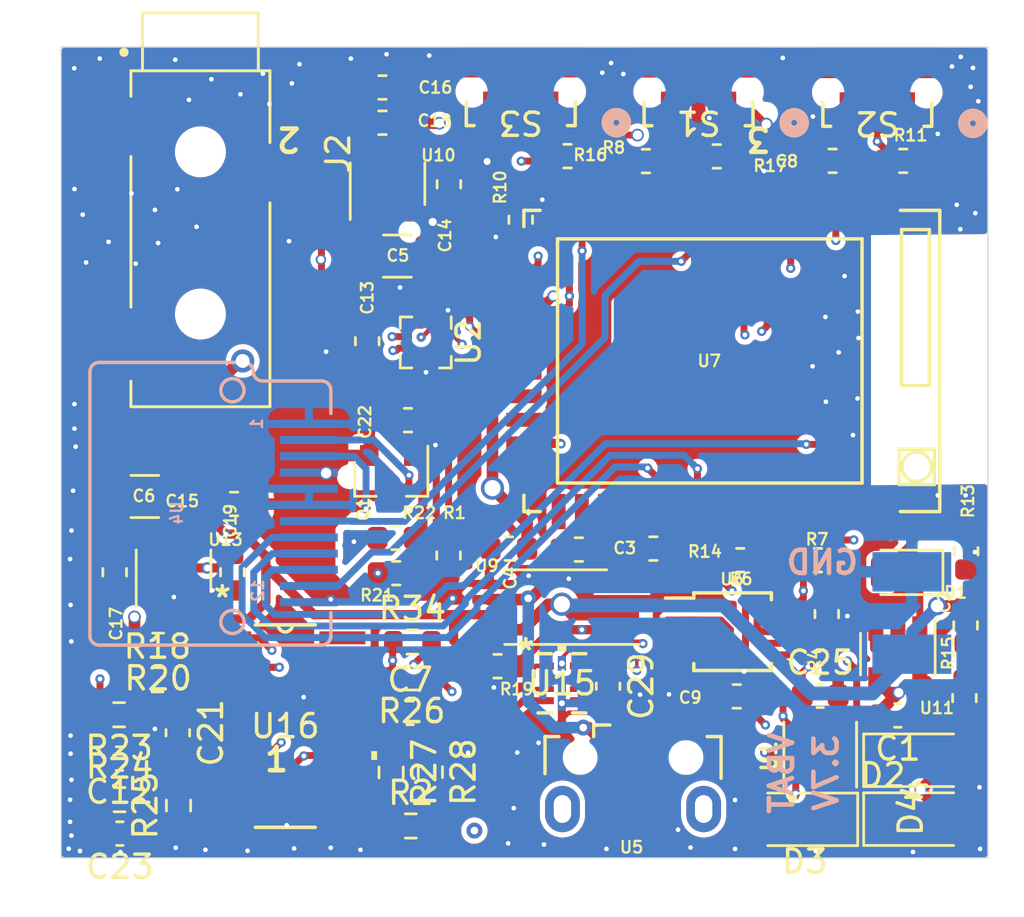
<source format=kicad_pcb>
(kicad_pcb (version 20221018) (generator pcbnew)
  (title_block (title "Open-Smartwatch-Light") (date "2021-02-18") (rev "3.3") (comment 4 "AISLER Project ID: NCWGEOFR"))
  (layers (0 "F.Cu" power) (1 "In1.Cu" signal) (2 "In2.Cu" signal) (31 "B.Cu" signal) (34 "B.Paste" user) (35 "F.Paste" user) (36 "B.SilkS" user "B.Silkscreen") (37 "F.SilkS" user "F.Silkscreen") (38 "B.Mask" user) (39 "F.Mask" user) (44 "Edge.Cuts" user))
  (net 0 "")
  (net 1 "/EN")
  (net 2 "+3V3")
  (net 3 "GND")
  (net 4 "/VBUS")
  (net 5 "/VBAT")
  (net 6 "Net-(D1-K)")
  (net 7 "Net-(D1-A)")
  (net 8 "/LEDK")
  (net 9 "/TX")
  (net 10 "/BTN2")
  (net 11 "/BTN3")
  (net 12 "/RX")
  (net 13 "/SCL")
  (net 14 "/SDA")
  (net 15 "/PIN_LED")
  (net 16 "/STAT_PWR")
  (net 17 "/MOSI")
  (net 18 "/IO34")
  (net 19 "/IO35")
  (net 20 "Net-(Q1-G)")
  (net 21 "/B_MON")
  (net 22 "/TFT_DC")
  (net 23 "/TFT_CS")
  (net 24 "/TFT_RST")
  (net 25 "Net-(U4-LEDA)")
  (net 26 "Net-(U6-RXD)")
  (net 27 "Net-(U9-ILIM)")
  (net 28 "Net-(U11-PROG)")
  (net 36 "/INT")
  (net 37 "/SCK")
  (net 38 "/VCC")
  (net 39 "/3V3_2")
  (net 44 "/D_P")
  (net 45 "/D_N")
  (net 51 "/IO04")
  (net 52 "/IO19")
  (net 53 "/IO26")
  (net 54 "/IO02")
  (net 55 "Net-(D2-K)")
  (net 56 "Net-(D3-K)")
  (net 57 "Net-(D4-K)")
  (net 58 "Net-(U16-VCC)")
  (net 63 "/TX_EDA")
  (net 64 "/R_body2")
  (net 65 "/RX_EDA")
  (net 66 "/R_body1")
  (net 67 "Net-(U15-VDD)")
  (net 68 "/1in_P")
  (net 69 "/2in_P")
  (net 70 "/2in_N")
  (net 71 "/3out")
  (net 72 "/3in_N")
  (net 73 "/1in_N")
  (net 80 "/EDAin")
  (net 81 "/2out")
  (net 82 "/1out")
  (net 83 "Net-(U15-AIN0)")
  (footprint "open-Smartwatch:USBmicro-B" (layer "F.Cu") (at 81.0476 120.8115)
    (fp_text reference "U5")
    (fp_text value "USB-OTG")
  )
  (footprint "Capacitor_SMD:C_0603_1608Metric" (layer "F.Cu") (at 95.4 113.0125 -90)
    (fp_text reference "C2")
    (fp_text value "4.7uF")
  )
  (footprint "Resistor_SMD:R_0603_1608Metric" (layer "F.Cu") (at 89.408 112.522 90)
    (fp_text reference "R4")
    (fp_text value "470R")
  )
  (footprint "Resistor_SMD:R_0603_1608Metric" (layer "F.Cu") (at 92.71 92.964)
    (fp_text reference "R11")
    (fp_text value "10k")
  )
  (footprint "Resistor_SMD:R_0603_1608Metric" (layer "F.Cu") (at 85.675 110.2)
    (fp_text reference "R6")
    (fp_text value "1k")
  )
  (footprint "Resistor_SMD:R_0603_1608Metric" (layer "F.Cu") (at 89.025 110.2)
    (fp_text reference "R7")
    (fp_text value "1k")
  )
  (footprint "Capacitor_SMD:C_0603_1608Metric" (layer "F.Cu") (at 89.662 92.964)
    (fp_text reference "C8")
    (fp_text value "0.1u")
  )
  (footprint "Capacitor_SMD:C_0603_1608Metric" (layer "F.Cu") (at 85.5225 116.078 180)
    (fp_text reference "C9")
    (fp_text value "0.1u")
  )
  (footprint "Capacitor_SMD:C_0603_1608Metric" (layer "F.Cu") (at 69.575 100.75 -90)
    (fp_text reference "C13")
    (fp_text value "0.1u")
  )
  (footprint "Resistor_SMD:R_0603_1608Metric" (layer "F.Cu") (at 75.2 114.775)
    (fp_text reference "R19")
    (fp_text value "220k")
  )
  (footprint "open-Smartwatch:MSOP-10_3x3mm_P0.5mm" (layer "F.Cu") (at 85.344 113.284)
    (fp_text reference "U6")
    (fp_text value "CH340E")
  )
  (footprint "open-Smartwatch:TSSOP-8_4.4x3mm_P0.65mm" (layer "F.Cu") (at 77.7075 112.225 180)
    (fp_text reference "U9")
    (fp_text value "TPS2115A")
  )
  (footprint "open-Smartwatch:narrow0.19mmV2BMA400" (layer "F.Cu") (at 72.1 100.8 -90)
    (fp_text reference "U2")
    (fp_text value "BMA400")
  )
  (footprint "Capacitor_SMD:C_0603_1608Metric" (layer "F.Cu") (at 78.71 109.74)
    (fp_text reference "C3")
    (fp_text value "0.1u")
  )
  (footprint "Resistor_SMD:R_0603_1608Metric" (layer "F.Cu") (at 95.425 109.8125 -90)
    (fp_text reference "R13")
    (fp_text value "470R")
  )
  (footprint "Resistor_SMD:R_0603_1608Metric" (layer "F.Cu") (at 78.22 92.76 180)
    (fp_text reference "R8")
    (fp_text value "10k")
  )
  (footprint "Capacitor_SMD:C_1206_3216Metric" (layer "F.Cu") (at 70.875 97.075 180)
    (fp_text reference "C5")
    (fp_text value "100u")
  )
  (footprint "Capacitor_SMD:C_0603_1608Metric" (layer "F.Cu") (at 73.1 93.975 90)
    (fp_text reference "C14")
    (fp_text value "0.1u")
  )
  (footprint "Capacitor_SMD:C_0603_1608Metric" (layer "F.Cu") (at 70.2325 89.796 180)
    (fp_text reference "C16")
    (fp_text value "4.7u")
  )
  (footprint "Capacitor_SMD:C_0603_1608Metric" (layer "F.Cu") (at 70.2325 91.32 180)
    (fp_text reference "C18")
    (fp_text value "0.1u")
  )
  (footprint "Package_TO_SOT_SMD:SOT-23-5" (layer "F.Cu") (at 70.45 93.95 90)
    (fp_text reference "U10")
    (fp_text value "XC6209")
  )
  (footprint "open-Smartwatch:ttgo-32-micro" (layer "F.Cu") (at 84.836 101.6 -90)
    (fp_text reference "U7")
    (fp_text value "ttgo-32-micro")
  )
  (footprint "Resistor_SMD:R_0603_1608Metric" (layer "F.Cu") (at 73.086 109.998 -90)
    (fp_text reference "R1")
    (fp_text value "22")
  )
  (footprint "Resistor_SMD:R_0603_1608Metric" (layer "F.Cu") (at 70.8255 110.76 180)
    (fp_text reference "R21")
    (fp_text value "10k")
  )
  (footprint "Resistor_SMD:R_0603_1608Metric" (layer "F.Cu") (at 70.8 109.236)
    (fp_text reference "R22")
    (fp_text value "1M")
  )
  (footprint "Capacitor_SMD:C_0603_1608Metric" (layer "F.Cu") (at 71.3335 104.156)
    (fp_text reference "C22")
    (fp_text value "0.1u")
  )
  (footprint "Package_TO_SOT_SMD:SOT-23" (layer "F.Cu") (at 70.612 106.68 -90)
    (fp_text reference "Q1")
    (fp_text value "2N7002")
  )
  (footprint "Resistor_SMD:R_0603_1608Metric" (layer "F.Cu") (at 95.35 116.15 90)
    (fp_text reference "R15")
    (fp_text value "5k")
  )
  (footprint "Resistor_SMD:R_0603_1608Metric" (layer "F.Cu") (at 81.925 109.7)
    (fp_text reference "R14")
    (fp_text value "510R")
  )
  (footprint "Capacitor_SMD:C_0603_1608Metric" (layer "F.Cu") (at 75.6855 109.701 180)
    (fp_text reference "C4")
    (fp_text value "0.1u")
  )
  (footprint "Resistor_SMD:R_0603_1608Metric" (layer "F.Cu") (at 84.66 92.77)
    (fp_text reference "R17")
    (fp_text value "10k")
  )
  (footprint "Capacitor_SMD:C_0603_1608Metric" (layer "F.Cu") (at 63.825 107.775)
    (fp_text reference "C15")
    (fp_text value "0.1u")
  )
  (footprint "Capacitor_SMD:C_0603_1608Metric" (layer "F.Cu") (at 58.674 110.7185 90)
    (fp_text reference "C17")
    (fp_text value "4.7u")
  )
  (footprint "Capacitor_SMD:C_1206_3216Metric" (layer "F.Cu") (at 59.975 107.45 180)
    (fp_text reference "C6")
    (fp_text value "100u")
  )
  (footprint "Capacitor_SMD:C_0603_1608Metric" (layer "F.Cu") (at 63.754 110.7185 -90)
    (fp_text reference "C19")
    (fp_text value "0.1u")
  )
  (footprint "Package_TO_SOT_SMD:SOT-23-5" (layer "F.Cu") (at 61.214 110.6545 90)
    (fp_text reference "U13")
    (fp_text value "XC6209")
  )
  (footprint "Capacitor_SMD:C_0603_1608Metric" (layer "F.Cu") (at 92.475 116.9 180)
    (fp_text reference "C1")
    (fp_text value "4.7uF")
  )
  (footprint "open-Smartwatch:SOT-23-5" (layer "F.Cu") (at 92.475 114.25 -90)
    (fp_text reference "U11")
    (fp_text value "MCP73831T-2ACI_OT" hide)
  )
  (footprint "LED_SMD:LED_0805_2012Metric" (layer "F.Cu") (at 92.7375 110.725 180)
    (fp_text reference "D1")
    (fp_text value "LED_Green")
  )
  (footprint "Resistor_SMD:R_0603_1608Metric" (layer "F.Cu") (at 76.2 95.504 -90)
    (fp_text reference "R10")
    (fp_text value "10k")
  )
  (footprint "Resistor_SMD:R_0603_1608Metric" (layer "F.Cu") (at 81.605 92.975)
    (fp_text reference "R16")
    (fp_text value "200k")
  )
  (footprint "Resistor_SMD:R_0603_1608Metric" (layer "F.Cu") (at 60.55 113.87 180)
    (fp_text reference "R20")
    (fp_text value "500k")
  )
  (footprint "Capacitor_SMD:C_0603_1608Metric" (layer "F.Cu") (at 71.425 116.79)
    (fp_text reference "C7")
    (fp_text value "0.1u")
  )
  (footprint "Resistor_SMD:R_0603_1608Metric" (layer "F.Cu") (at 72.3 119.345 -90)
    (fp_text reference "R28")
    (fp_text value "1k")
  )
  (footprint "LED_SMD:LED_1206_3216Metric" (layer "F.Cu") (at 93.285 121.374)
    (fp_text reference "D2")
    (fp_text value "LED")
  )
  (footprint "TLA2022:RUG10_TEX" (layer "F.Cu") (at 77.978 115.511999)
    (fp_text reference "U15")
    (fp_text value "TLA2022IRUGR")
  )
  (footprint "buttons:CONN3_3033816_WRE" (layer "F.Cu") (at 92.889999 91.345 180)
    (fp_text reference "S2")
    (fp_text value "EG1215AA")
  )
  (footprint "Capacitor_SMD:C_0603_1608Metric" (layer "F.Cu") (at 58.9 122 180)
    (fp_text reference "C23")
    (fp_text value "0.1u")
  )
  (footprint "Capacitor_SMD:C_0603_1608Metric" (layer "F.Cu") (at 89.125 116.05)
    (fp_text reference "C25")
    (fp_text value "0.1u")
  )
  (footprint "pulse:XDCR_BH1792GLC-E2" (layer "F.Cu") (at 89.125 118.59 90)
    (fp_text reference "U1")
    (fp_text value "BH1792GLC-E2")
  )
  (footprint "Capacitor_SMD:C_0603_1608Metric" (layer "F.Cu") (at 58.885 118.764 180)
    (fp_text reference "C12")
    (fp_text value "0.1u")
  )
  (footprint "Resistor_SMD:R_0603_1608Metric" (layer "F.Cu") (at 70.605 119.36 -90)
    (fp_text reference "R27")
    (fp_text value "10k")
  )
  (footprint "Capacitor_SMD:C_0603_1608Metric" (layer "F.Cu") (at 79.97 115.64 -90)
    (fp_text reference "C29")
    (fp_text value "0.1u")
  )
  (footprint "Capacitor_SMD:C_0603_1608Metric" (layer "F.Cu") (at 61.4 117.65 -90)
    (fp_text reference "C21")
    (fp_text value "0.1u")
  )
  (footprint "Resistor_SMD:R_0603_1608Metric" (layer "F.Cu") (at 71.495 115.28 180)
    (fp_text reference "R26")
    (fp_text value "205k")
  )
  (footprint "Resistor_SMD:R_0603_1608Metric" (layer "F.Cu") (at 58.865 116.87 180)
    (fp_text reference "R23")
    (fp_text value "1k")
  )
  (footprint "buttons:CONN3_3033816_WRE" (layer "F.Cu") (at 85.175001 91.32 180)
    (fp_text reference "S1")
    (fp_text value "EG1215AA")
  )
  (footprint "Resistor_SMD:R_0603_1608Metric" (layer "F.Cu") (at 58.885 120.535)
    (fp_text reference "R24")
    (fp_text value "1k")
  )
  (footprint "LED_SMD:LED_1206_3216Metric" (layer "F.Cu") (at 88.459 121.384 180)
    (fp_text reference "D3")
    (fp_text value "LED")
  )
  (footprint "Resistor_SMD:R_0603_1608Metric" (layer "F.Cu") (at 71.455 121.67)
    (fp_text reference "R2")
    (fp_text value "330")
  )
  (footprint "buttons:CONN3_3033816_WRE" (layer "F.Cu") (at 77.5 91.315 180)
    (fp_text reference "S3")
    (fp_text value "EG1215AA")
  )
  (footprint "SJ3524:CUI_SJ-3524-SMT" (layer "F.Cu") (at 62.375 92.575 -90)
    (fp_text reference "J2")
    (fp_text value "SJ-3524-SMT")
  )
  (footprint "LM324D:D14" (layer "F.Cu") (at 66.0388 117.36)
    (fp_text reference "U16")
    (fp_text value "LM324D")
  )
  (footprint "Resistor_SMD:R_0603_1608Metric" (layer "F.Cu") (at 71.525 113.73)
    (fp_text reference "R34")
    (fp_text value "500k")
  )
  (footprint "Resistor_SMD:R_0603_1608Metric" (layer "F.Cu") (at 60.52 115.36)
    (fp_text reference "R18")
    (fp_text value "100k")
  )
  (footprint "Resistor_SMD:R_0603_1608Metric" (layer "F.Cu") (at 61.43 120.79 90)
    (fp_text reference "R25")
    (fp_text value "820")
  )
  (footprint "LED_SMD:LED_1206_3216Metric" (layer "F.Cu") (at 93.285 118.834)
    (fp_text reference "D4")
    (fp_text value "LED")
  )
  (footprint "open-Smartwatch:GC9A01_IPS_display" (layer "B.Cu") (at 66.806 108.164 -90)
    (fp_text reference "U4")
    (fp_text value "GC9A01_IPS_display")
  )
  (footprint "Connector_PinHeader_2.54mm:PinHeader_1x02_P2.54mm_Vertical" (layer "B.Cu") (at 93.08 113.748)
    (fp_text reference "J1" hide)
    (fp_text value "Conn_01x02")
  )
  (gr_rect (start 56.36 88.05) (end 96.36 123.05) (stroke (width 0.05)) (fill none) (layer "Edge.Cuts"))
  (gr_text "GND" (at 89.217 110.295) (layer "B.SilkS") (effects (font (size 1 1) (thickness 0.2)) (justify mirror)))
  (gr_text "VBAT" (at 87.459 119.385 90) (layer "B.SilkS") (effects (font (size 1 1) (thickness 0.2)) (justify mirror)))
  (gr_text "3.7V" (at 89.379 119.375 90) (layer "B.SilkS") (effects (font (size 1 1) (thickness 0.2)) (justify mirror)))
  (gr_text "4" (at 93.239 120.12 90) (layer "F.SilkS") (effects (font (size 1 1) (thickness 0.2))))
  (gr_text "1" (at 65.66 118.81) (layer "F.SilkS") (effects (font (size 1 1) (thickness 0.2))))
  (gr_text "3" (at 86.436 92.025 180) (layer "F.SilkS") (effects (font (size 1 1) (thickness 0.2))))
  (gr_text "2" (at 66.186 92.025 180) (layer "F.SilkS") (effects (font (size 1 1) (thickness 0.2))))
  (segment (start 89.8 96.4) (end 89.8 95.136) (width 0.3) (layer "F.Cu") (net 1))
  (segment (start 77.2695 92.975) (end 77.4445 92.8) (width 0.3) (layer "F.Cu") (net 1))
  (segment (start 77.4445 92.8) (end 77.4445 90.874) (width 0.3) (layer "F.Cu") (net 1))
  (segment (start 76.225 92.975) (end 77.2695 92.975) (width 0.3) (layer "F.Cu") (net 1))
  (segment (start 89.8 95.136) (end 89.836 95.1) (width 0.3) (layer "F.Cu") (net 1))
  (segment (start 77.4335 92.975) (end 77.4445 92.964) (width 0.5) (layer "F.Cu") (net 1))
  (via (at 76.225 92.975) (size 0.4) (drill 0.2) (layers "F.Cu" "B.Cu") (net 1))
  (via (at 89.8 96.4) (size 0.4) (drill 0.2) (layers "F.Cu" "B.Cu") (net 1))
  (segment (start 88.3995 110.362) (end 88.2375 110.2) (width 0.3) (layer "F.Cu") (net 2))
  (segment (start 84.8875 110.2) (end 84.8875 111.0875) (width 0.3) (layer "F.Cu") (net 2))
  (segment (start 93.47 120.11) (end 93.47 120.159) (width 0.5) (layer "F.Cu") (net 2))
  (segment (start 95.25 93.98) (end 95.73 93.5) (width 0.3) (layer "F.Cu") (net 2))
  (segment (start 93.47 120.159) (end 94.685 121.374) (width 0.5) (layer "F.Cu") (net 2))
  (segment (start 73.996178 100.106178) (end 73.996178 99.713945) (width 0.3) (layer "F.Cu") (net 2))
  (segment (start 70.05 99.9625) (end 68.5125 99.9625) (width 0.3) (layer "F.Cu") (net 2))
  (segment (start 94.584 90.904) (end 92.834499 90.904) (width 0.3) (layer "F.Cu") (net 2))
  (segment (start 86.8 91.3755) (end 88.3885 92.964) (width 0.3) (layer "F.Cu") (net 2))
  (segment (start 88.594622 114.805378) (end 88.8 114.6) (width 0.3) (layer "F.Cu") (net 2))
  (segment (start 71.02 91.32) (end 71.02 89.796) (width 0.5) (layer "F.Cu") (net 2))
  (segment (start 85.119501 91.3997) (end 85.119501 90.879) (width 0.3) (layer "F.Cu") (net 2))
  (segment (start 71.34 102.34) (end 71.64 102.64) (width 0.3) (layer "F.Cu") (net 2))
  (segment (start 94.685 118.895) (end 94.685 118.834) (width 0.5) (layer "F.Cu") (net 2))
  (segment (start 87.946 112.284) (end 88.3995 111.8305) (width 0.3) (layer "F.Cu") (net 2))
  (segment (start 90.836 94.038) (end 90.598 93.8) (width 0.3) (layer "F.Cu") (net 2))
  (segment (start 95.73 93.5) (end 95.73 92.05) (width 0.3) (layer "F.Cu") (net 2))
  (segment (start 72.025 99.375) (end 71.85 99.55) (width 0.3) (layer "F.Cu") (net 2))
  (segment (start 67.6 95.6) (end 68.6 94.6) (width 0.3) (layer "F.Cu") (net 2))
  (segment (start 68.6 93.75) (end 69.5 92.85) (width 0.3) (layer "F.Cu") (net 2))
  (segment (start 79.967739 91.851761) (end 81.240061 91.851761) (width 0.3) (layer "F.Cu") (net 2))
  (segment (start 73.996178 100.106178) (end 74.38 100.49) (width 0.3) (layer "F.Cu") (net 2))
  (segment (start 89.7105 93.8) (end 88.8745 92.964) (width 0.3) (layer "F.Cu") (net 2))
  (segment (start 88.597104 113.784) (end 87.544 113.784) (width 0.3) (layer "F.Cu") (net 2))
  (segment (start 73.996178 99.713945) (end 73.8 99.517767) (width 0.3) (layer "F.Cu") (net 2))
  (segment (start 87.059 121.384) (end 88.07 120.373) (width 0.3) (layer "F.Cu") (net 2))
  (segment (start 72.54 98.86) (end 72.025 99.375) (width 0.3) (layer "F.Cu") (net 2))
  (segment (start 72.6 102.64) (end 72.86 102.38) (width 0.3) (layer "F.Cu") (net 2))
  (segment (start 88.594622 114.805378) (end 88.35 115.05) (width 0.3) (layer "F.Cu") (net 2))
  (segment (start 88.3995 111.8305) (end 88.3995 110.362) (width 0.3) (layer "F.Cu") (net 2))
  (segment (start 74.38 100.49) (end 74.38 101.09) (width 0.3) (layer "F.Cu") (net 2))
  (segment (start 86.279 90.879) (end 85.119501 90.879) (width 0.3) (layer "F.Cu") (net 2))
  (segment (start 70.049999 99.9625) (end 69.575 99.9625) (width 0.3) (layer "F.Cu") (net 2))
  (segment (start 70.6375 99.375) (end 72.025 99.375) (width 0.3) (layer "F.Cu") (net 2))
  (segment (start 90.894 93.98) (end 95.25 93.98) (width 0.3) (layer "F.Cu") (net 2))
  (segment (start 67.6 99.05) (end 67.6 97.25) (width 0.3) (layer "F.Cu") (net 2))
  (segment (start 72.86 102.38) (end 72.86 101.5725) (width 0.3) (layer "F.Cu") (net 2))
  (segment (start 93.47 120.11) (end 94.685 118.895) (width 0.5) (layer "F.Cu") (net 2))
  (segment (start 95.73 92.05) (end 94.584 90.904) (width 0.3) (layer "F.Cu") (net 2))
  (segment (start 73.8975 101.5725) (end 72.86 101.5725) (width 0.3) (layer "F.Cu") (net 2))
  (segment (start 73.8 99.517767) (end 73.8 99.372182) (width 0.3) (layer "F.Cu") (net 2))
  (segment (start 71.04 91.34) (end 71.02 91.32) (width 0.5) (layer "F.Cu") (net 2))
  (segment (start 90.598 93.8) (end 89.7105 93.8) (width 0.3) (layer "F.Cu") (net 2))
  (segment (start 86.31 116.078) (end 86.31 116.86) (width 0.3) (layer "F.Cu") (net 2))
  (segment (start 71.85 99.55) (end 71.85 100.0275) (width 0.3) (layer "F.Cu") (net 2))
  (segment (start 74.38 101.09) (end 73.8975 101.5725) (width 0.3) (layer "F.Cu") (net 2))
  (segment (start 67.6 97.25) (end 67.575 97.225) (width 0.3) (layer "F.Cu") (net 2))
  (segment (start 90.836 95.1) (end 90.836 94.038) (width 0.3) (layer "F.Cu") (net 2))
  (segment (start 68.6 94.6) (end 68.6 93.75) (width 0.3) (layer "F.Cu") (net 2))
  (segment (start 67.6 97.2) (end 67.6 95.6) (width 0.3) (layer "F.Cu") (net 2))
  (segment (start 71.34 101.5725) (end 71.34 102.34) (width 0.3) (layer "F.Cu") (net 2))
  (segment (start 86.31 116.86) (end 86.76 117.31) (width 0.3) (layer "F.Cu") (net 2))
  (segment (start 88.07 120.26) (end 88.07 119.595) (width 0.3) (layer "F.Cu") (net 2))
  (segment (start 73.8 99.372182) (end 73.287818 98.86) (width 0.3) (layer "F.Cu") (net 2))
  (segment (start 71.64 102.64) (end 72.6 102.64) (width 0.3) (layer "F.Cu") (net 2))
  (segment (start 88.8 113.986896) (end 88.597104 113.784) (width 0.3) (layer "F.Cu") (net 2))
  (segment (start 87.544 112.284) (end 87.946 112.284) (width 0.3) (layer "F.Cu") (net 2))
  (segment (start 72.69 91.34) (end 71.04 91.34) (width 0.5) (layer "F.Cu") (net 2))
  (segment (start 90.836 94.038) (end 90.894 93.98) (width 0.3) (layer "F.Cu") (net 2))
  (segment (start 88.35 115.05) (end 88.35 116.05) (width 0.3) (layer "F.Cu") (net 2))
  (segment (start 79.0195 92.8) (end 79.967739 91.851761) (width 0.3) (layer "F.Cu") (net 2))
  (segment (start 69.5 92.84) (end 71.02 91.32) (width 0.5) (layer "F.Cu") (net 2))
  (segment (start 73.287818 98.86) (end 72.54 98.86) (width 0.3) (layer "F.Cu") (net 2))
  (segment (start 67.575 97.225) (end 67.6 97.2) (width 0.3) (layer "F.Cu") (net 2))
  (segment (start 88.07 120.373) (end 88.07 120.26) (width 0.3) (layer "F.Cu") (net 2))
  (segment (start 88.8 114.6) (end 88.8 113.986896) (width 0.3) (layer "F.Cu") (net 2))
  (segment (start 70.6375 99.375) (end 70.049999 99.9625) (width 0.3) (layer "F.Cu") (net 2))
  (segment (start 86.8 91.3755) (end 86.7755 91.3755) (width 0.3) (layer "F.Cu") (net 2))
  (segment (start 58.04 116.87) (end 58.04 115.3248) (width 0.3) (layer "F.Cu") (net 2))
  (segment (start 88.3885 92.964) (end 88.8745 92.964) (width 0.3) (layer "F.Cu") (net 2))
  (segment (start 86.7755 91.3755) (end 86.279 90.879) (width 0.3) (layer "F.Cu") (net 2))
  (segment (start 84.8875 111.0875) (end 85.32 111.52) (width 0.3) (layer "F.Cu") (net 2))
  (segment (start 69.5 92.85) (end 69.5 92.84) (width 0.5) (layer "F.Cu") (net 2))
  (segment (start 88.07 119.595) (end 88.075 119.59) (width 0.3) (layer "F.Cu") (net 2))
  (segment (start 68.5125 99.9625) (end 67.6 99.05) (width 0.3) (layer "F.Cu") (net 2))
  (via (at 72.69 91.34) (size 0.55) (drill 0.4) (layers "F.Cu" "B.Cu") (net 2))
  (via (at 88.594622 114.805378) (size 0.4) (drill 0.2) (layers "F.Cu" "B.Cu") (net 2))
  (via (at 67.575 97.225) (size 0.45) (drill 0.3) (layers "F.Cu" "B.Cu") (net 2))
  (via (at 93.47 120.11) (size 0.55) (drill 0.4) (layers "F.Cu" "B.Cu") (net 2))
  (via (at 88.3995 111.52) (size 0.4) (drill 0.2) (layers "F.Cu" "B.Cu") (net 2))
  (via (at 88.07 120.26) (size 0.4) (drill 0.2) (layers "F.Cu" "B.Cu") (net 2))
  (via (at 86.76 117.31) (size 0.4) (drill 0.2) (layers "F.Cu" "B.Cu") (net 2))
  (via (at 81.240061 91.851761) (size 0.55) (drill 0.4) (layers "F.Cu" "B.Cu") (net 2))
  (via (at 85.32 111.52) (size 0.4) (drill 0.2) (layers "F.Cu" "B.Cu") (net 2))
  (via (at 58.04 115.3248) (size 0.4) (drill 0.2) (layers "F.Cu" "B.Cu") (net 2))
  (via (at 73.996178 100.106178) (size 0.4) (drill 0.2) (layers "F.Cu" "B.Cu") (net 2))
  (via (at 86.8 91.3755) (size 0.55) (drill 0.4) (layers "F.Cu" "B.Cu") (net 2))
  (segment (start 89.8 115.95) (end 89.8 114.132186) (width 0.2) (layer "F.Cu") (net 3))
  (segment (start 61.355 118.425) (end 60.41 117.48) (width 0.2) (layer "F.Cu") (net 3))
  (segment (start 90.9625 111.4825) (end 90.9625 109.7475) (width 0.3) (layer "F.Cu") (net 3))
  (segment (start 72.3 120.17) (end 73.95 118.52) (width 0.3) (layer "F.Cu") (net 3))
  (segment (start 78.2755 111) (end 78.2755 110.962) (width 0.2) (layer "F.Cu") (net 3))
  (segment (start 91.93 111.775) (end 91.255 111.775) (width 0.3) (layer "F.Cu") (net 3))
  (segment (start 90.3 113.632186) (end 90.3 112.61) (width 0.2) (layer "F.Cu") (net 3))
  (segment (start 72.35 101.85) (end 72.11 102.09) (width 0.2) (layer "F.Cu") (net 3))
  (segment (start 89.9 116.05) (end 89.8 115.95) (width 0.2) (layer "F.Cu") (net 3))
  (segment (start 73.95 118.52) (end 73.95 118.51) (width 0.3) (layer "F.Cu") (net 3))
  (segment (start 77.343 114.761998) (end 76.853 114.761998) (width 0.2) (layer "F.Cu") (net 3))
  (segment (start 67.7914 117.36) (end 66.83 116.3986) (width 0.2) (layer "F.Cu") (net 3))
  (segment (start 89.475 117.59) (end 89.475 118.44) (width 0.3) (layer "F.Cu") (net 3))
  (segment (start 88.775 119.14) (end 88.775 119.59) (width 0.3) (layer "F.Cu") (net 3))
  (segment (start 72.121 104.156) (end 72.121 104.831) (width 0.3) (layer "F.Cu") (net 3))
  (segment (start 73.06 99.41) (end 73.06 99.8275) (width 0.3) (layer "F.Cu") (net 3))
  (segment (start 61.4 118.425) (end 61.355 118.425) (width 0.2) (layer "F.Cu") (net 3))
  (segment (start 74.75 92.99) (end 76.2 91.54) (width 0.2) (layer "F.Cu") (net 3))
  (segment (start 58.125 120.6) (end 58.06 120.535) (width 0.3) (layer "F.Cu") (net 3))
  (segment (start 90.9625 109.7475) (end 91.836 108.874) (width 0.3) (layer "F.Cu") (net 3))
  (segment (start 73.94 116.79) (end 75.04 115.69) (width 0.3) (layer "F.Cu") (net 3))
  (segment (start 69.164 109.236) (end 70.0125 109.236) (width 0.3) (layer "F.Cu") (net 3))
  (segment (start 96.175 116.1875) (end 95.35 115.3625) (width 0.3) (layer "F.Cu") (net 3))
  (segment (start 79.6029 116.7821) (end 79.97 116.415) (width 0.2) (layer "F.Cu") (net 3))
  (segment (start 78.2755 110.962) (end 79.4975 109.74) (width 0.2) (layer "F.Cu") (net 3))
  (segment (start 70.45 97.89) (end 70.45 95.05) (width 0.2) (layer "F.Cu") (net 3))
  (segment (start 77.978 116.372) (end 77.978 117.072) (width 0.2) (layer "F.Cu") (net 3))
  (segment (start 73.86 111.25) (end 74.845 111.25) (width 0.2) (layer "F.Cu") (net 3))
  (segment (start 76.292 115.69) (end 75.04 115.69) (width 0.2) (layer "F.Cu") (net 3))
  (segment (start 77.343 115.761999) (end 76.363999 115.761999) (width 0.2) (layer "F.Cu") (net 3))
  (segment (start 96.175 119.825) (end 96.175 116.1875) (width 0.3) (layer "F.Cu") (net 3))
  (segment (start 72.35 101.5725) (end 72.35 101.85) (width 0.2) (layer "F.Cu") (net 3))
  (segment (start 91.836 95.1) (end 94.78 95.1) (width 0.3) (layer "F.Cu") (net 3))
  (segment (start 82.5995 115.99) (end 82.5995 117.8031) (width 0.2) (layer "F.Cu") (net 3))
  (segment (start 92.475 113.15) (end 92.475 112.32) (width 0.3) (layer "F.Cu") (net 3))
  (segment (start 62.89 111.5) (end 63.748 111.5) (width 0.2) (layer "F.Cu") (net 3))
  (segment (start 82.5995 117.8031) (end 82.3476 118.055) (width 0.2) (layer "F.Cu") (net 3))
  (segment (start 71.85 101.5725) (end 72.35 101.5725) (width 0.2) (layer "F.Cu") (net 3))
  (segment (start 77.978 117.072) (end 78.2679 116.7821) (width 0.2) (layer "F.Cu") (net 3))
  (segment (start 72.121 104.831) (end 72.52 105.23) (width 0.3) (layer "F.Cu") (net 3))
  (segment (start 76.853 114.761998) (end 76.725 114.889998) (width 0.2) (layer "F.Cu") (net 3))
  (segment (start 89.8 114.132186) (end 90.3 113.632186) (width 0.2) (layer "F.Cu") (net 3))
  (segment (start 77.13 94.64) (end 77.376 94.64) (width 0.2) (layer "F.Cu") (net 3))
  (segment (start 91.255 111.775) (end 90.9625 111.4825) (width 0.3) (layer "F.Cu") (net 3))
  (segment (start 80.666 116) (end 80.391 116.275) (width 0.2) (layer "F.Cu") (net 3))
  (segment (start 58.674 109.931) (end 58.674 107.549) (width 0.3) (layer "F.Cu") (net 3))
  (segment (start 77.978 117.072) (end 76.97 118.08) (width 0.2) (layer "F.Cu") (net 3))
  (segment (start 69 109.4) (end 69.164 109.236) (width 0.3) (layer "F.Cu") (net 3))
  (segment (start 58.674 107.549) (end 58.575 107.45) (width 0.3) (layer "F.Cu") (net 3))
  (segment (start 96 120) (end 96.175 119.825) (width 0.3) (layer "F.Cu") (net 3))
  (segment (start 94.78 95.1) (end 95.02 94.86) (width 0.3) (layer "F.Cu") (net 3))
  (segment (start 76.2 91.54) (end 76.2 90.874) (width 0.2) (layer "F.Cu") (net 3))
  (segment (start 92.475 112.32) (end 91.93 111.775) (width 0.3) (layer "F.Cu") (net 3))
  (segment (start 66.83 116.3986) (end 66.83 116.11) (width 0.2) (layer "F.Cu") (net 3))
  (segment (start 63.748 111.5) (end 63.754 111.506) (width 0.2) (layer "F.Cu") (net 3))
  (segment (start 76.725 114.889998) (end 76.725 115.257) (width 0.2) (layer "F.Cu") (net 3))
  (segment (start 76.725 115.257) (end 76.292 115.69) (width 0.2) (layer "F.Cu") (net 3))
  (segment (start 78.2679 116.7821) (end 79.6029 116.7821) (width 0.2) (layer "F.Cu") (net 3))
  (segment (start 90.4495 92.964) (end 88.81 91.3245) (width 0.3) (layer "F.Cu") (net 3))
  (segment (start 73.26 111.85) (end 73.86 111.25) (width 0.2) (layer "F.Cu") (net 3))
  (segment (start 88.81 91.3245) (end 88.81 91.05) (width 0.3) (layer "F.Cu") (net 3))
  (segment (start 77.376 94.64) (end 77.836 95.1) (width 0.2) (layer "F.Cu") (net 3))
  (segment (start 81.35 116) (end 80.666 116) (width 0.2) (layer "F.Cu") (net 3))
  (segment (start 72.2 116.79) (end 73.94 116.79) (width 0.3) (layer "F.Cu") (net 3))
  (segment (start 73.06 99.8275) (end 72.86 100.0275) (width 0.3) (layer "F.Cu") (net 3))
  (segment (start 68.5026 117.36) (end 67.7914 117.36) (width 0.2) (layer "F.Cu") (net 3))
  (segment (start 89.475 118.44) (end 88.775 119.14) (width 0.3) (layer "F.Cu") (net 3))
  (segment (start 58.125 122) (end 58.125 120.6) (width 0.3) (layer "F.Cu") (net 3))
  (segment (start 91.836 108.874) (end 91.836 108.1) (width 0.3) (layer "F.Cu") (net 3))
  (segment (start 76.363999 115.761999) (end 76.292 115.69) (width 0.2) (layer "F.Cu") (net 3))
  (segment (start 70.99 98.43) (end 70.45 97.89) (width 0.2) (layer "F.Cu") (net 3))
  (via (at 65.35 90.51) (size 0.4) (drill 0.2) (layers "F.Cu" "B.Cu") (net 3))
  (via (at 56.93 88.97) (size 0.4) (drill 0.2) (layers "F.Cu" "B.Cu") (net 3))
  (via (at 58.41 96.46) (size 0.4) (drill 0.2) (layers "F.Cu" "B.Cu") (net 3))
  (via (at 76.54 110.87) (size 0.4) (drill 0.2) (layers "F.Cu" "B.Cu") (net 3))
  (via (at 85.841444 115.008556) (size 0.4) (drill 0.2) (layers "F.Cu" "B.Cu") (net 3))
  (via (at 56.81 108.92) (size 0.4) (drill 0.2) (layers "F.Cu" "B.Cu") (net 3))
  (via (at 56.938635 103.46409) (size 0.4) (drill 0.2) (layers "F.Cu" "B.Cu") (net 3))
  (via (at 85.45 122.66) (size 0.4) (drill 0.2) (layers "F.Cu" "B.Cu") (net 3))
  (via (at 79.72 89.16) (size 0.4) (drill 0.2) (layers "F.Cu" "B.Cu") (net 3))
  (via (at 90.78 100.61) (size 0.4) (drill 0.2) (layers "F.Cu" "B.Cu") (net 3))
  (via (at 76.97 118.08) (size 0.4) (drill 0.2) (layers "F.Cu" "B.Cu") (net 3))
  (via (at 60.41 95.08) (size 0.4) (drill 0.2) (layers "F.Cu" "B.Cu") (net 3))
  (via (at 64.41 122.74) (size 0.4) (drill 0.2) (layers "F.Cu" "B.Cu") (net 3))
  (via (at 90.3 112.61) (size 0.4) (drill 0.2) (layers "F.Cu" "B.Cu") (net 3))
  (via (at 80.628651 89.21599) (size 0.4) (drill 0.2) (layers "F.Cu" "B.Cu") (net 3))
  (via (at 95.02 94.86) (size 0.4) (drill 0.2) (layers "F.Cu" "B.Cu") (net 3))
  (via (at 77.13 94.64) (size 0.4) (drill 0.2) (layers "F.Cu" "B.Cu") (net 3))
  (via (at 94.2 91.8) (size 0.4) (drill 0.2) (layers "F.Cu" "B.Cu") (net 3))
  (via (at 61.23 111.79) (size 0.4) (drill 0.2) (layers "F.Cu" "B.Cu") (net 3))
  (via (at 60.41 117.48) (size 0.4) (drill 0.2) (layers "F.Cu" "B.Cu") (net 3))
  (via (at 75.1255 96.25) (size 0.4) (drill 0.2) (layers "F.Cu" "B.Cu") (net 3))
  (via (at 72.11 102.09) (size 0.4) (drill 0.2) (layers "F.Cu" "B.Cu") (net 3))
  (via (at 89.922752 101.230308) (size 0.4) (drill 0.2) (layers "F.Cu" "B.Cu") (net 3))
  (via (at 83.53 122.6) (size 0.4) (drill 0.2) (layers "F.Cu" "B.Cu") (net 3))
  (via (at 62.59 122.7) (size 0.4) (drill 0.2) (layers "F.Cu" "B.Cu") (net 3))
  (via (at 65.07 89.2) (size 0.4) (drill 0.2) (layers "F.Cu" "B.Cu") (net 3))
  (via (at 56.94 94.18) (size 0.4) (drill 0.2) (layers "F.Cu" "B.Cu") (net 3))
  (via (at 70.99 98.43) (size 0.4) (drill 0.2) (layers "F.Cu" "B.Cu") (net 3))
  (via (at 59.58 97.4) (size 0.4) (drill 0.2) (layers "F.Cu" "B.Cu") (net 3))
  (via (at 61.31 122.61) (size 0.4) (drill 0.2) (layers "F.Cu" "B.Cu") (net 3))
  (via (at 96 120) (size 0.4) (drill 0.2) (layers "F.Cu" "B.Cu") (net 3))
  (via (at 56.77 117.77) (size 0.4) (drill 0.2) (layers "F.Cu" "B.Cu") (net 3))
  (via (at 73.93 118.51) (size 0.4) (drill 0.2) (layers "F.Cu" "B.Cu") (net 3))
  (via (at 90.75 99.47) (size 0.4) (drill 0.2) (layers "F.Cu" "B.Cu") (net 3))
  (via (at 88.94 122.76) (size 0.4) (drill 0.2) (layers "F.Cu" "B.Cu") (net 3))
  (via (at 56.77 118.55) (size 0.4) (drill 0.2) (layers "F.Cu" "B.Cu") (net 3))
  (via (at 88.81 91.05) (size 0.4) (drill 0.2) (layers "F.Cu" "B.Cu") (net 3))
  (via (at 56.94 104.52) (size 0.4) (drill 0.2) (layers "F.Cu" "B.Cu") (net 3))
  (via (at 60.55 96.51) (size 0.4) (drill 0.2) (layers "F.Cu" "B.Cu") (net 3))
  (via (at 75.04 115.69) (size 0.4) (drill 0.2) (layers "F.Cu" "B.Cu") (net 3))
  (via (at 75.66 122.42) (size 0.4) (drill 0.2) (layers "F.Cu" "B.Cu") (net 3))
  (via (at 72.52 105.23) (size 0.4) (drill 0.2) (layers "F.Cu" "B.Cu") (net 3))
  (via (at 85.45 120.55) (size 0.4) (drill 0.2) (layers "F.Cu" "B.Cu") (net 3))
  (via (at 69 109.4) (size 0.4) (drill 0.2) (layers "F.Cu" "B.Cu") (net 3))
  (via (at 95.62 89.77) (size 0.4) (drill 0.2) (layers "F.Cu" "B.Cu") (net 3))
  (via (at 61.38 94.19) (size 0.4) (drill 0.2) (layers "F.Cu" "B.Cu") (net 3))
  (via (at 73.26 111.85) (size 0.4) (drill 0.2) (layers "F.Cu" "B.Cu") (net 3))
  (via (at 56.748987 121.492495) (size 0.4) (drill 0.2) (layers "F.Cu" "B.Cu") (net 3))
  (via (at 95.4 107.4) (size 0.4) (drill 0.2) (layers "F.Cu" "B.Cu") (net 3))
  (via (at 80.1 88.74) (size 0.4) (drill 0.2) (layers "F.Cu" "B.Cu") (net 3))
  (via (at 94.2 107.4) (size 0.4) (drill 0.2) (layers "F.Cu" "B.Cu") (net 3))
  (via (at 66.32 89.62) (size 0.4) (drill 0.2) (layers "F.Cu" "B.Cu") (net 3))
  (via (at 72.25 88.42) (size 0.4) (drill 0.2) (layers "F.Cu" "B.Cu") (net 3))
  (via (at 86.7 93.4) (size 0.4) (drill 0.2) (layers "F.Cu" "B.Cu") (net 3))
  (via (at 62.21 95.81) (size 0.4) (drill 0.2) (layers "F.Cu" "B.Cu") (net 3))
  (via (at 66.65 88.79) (size 0.4) (drill 0.2) (layers "F.Cu" "B.Cu") (net 3))
  (via (at 75.9 120.9) (size 0.4) (drill 0.2) (layers "F.Cu" "B.Cu") (net 3))
  (via (at 64.1 90.09) (size 0.4) (drill 0.2) (layers "F.Cu" "B.Cu") (net 3))
  (via (at 59.4 94.37) (size 0.4) (drill 0.2) (layers "F.Cu" "B.Cu") (net 3))
  (via (at 90.54 104.8) (size 0.4) (drill 0.2) (layers "F.Cu" "B.Cu") (net 3))
  (via (at 57.44 97.35) (size 0.4) (drill 0.2) (layers "F.Cu" "B.Cu") (net 3))
  (via (at 56.75 120.54) (size 0.4) (drill 0.2) (layers "F.Cu" "B.Cu") (net 3))
  (via (at 77.2 122.47) (size 0.4) (drill 0.2) (layers "F.Cu" "B.Cu") (net 3))
  (via (at 56.8 113.705077) (size 0.4) (drill 0.2) (layers "F.Cu" "B.Cu") (net 3))
  (via (at 66.83 116.11) (size 0.4) (drill 0.2) (layers "F.Cu" "B.Cu") (net 3))
  (via (at 58.92 122.8) (size 0.4) (drill 0.2) (layers "F.Cu" "B.Cu") (net 3))
  (via (at 56.808252 119.678987) (size 0.4) (drill 0.2) (layers "F.Cu" "B.Cu") (net 3))
  (via (at 62.85 89.44) (size 0.4) (drill 0.2) (layers "F.Cu" "B.Cu") (net 3))
  (via (at 88.797248 101.829692) (size 0.4) (drill 0.2) (layers "F.Cu" "B.Cu") (net 3))
  (via (at 61.88 90.33) (size 0.4) (drill 0.2) (layers "F.Cu" "B.Cu") (net 3))
  (via (at 78.2755 111) (size 0.4) (drill 0.2) (layers "F.Cu" "B.Cu") (net 3))
  (via (at 56.808252 122.085145) (size 0.4) (drill 0.2) (layers "F.Cu" "B.Cu") (net 3))
  (via (at 66.42 122.64) (size 0.4) (drill 0.2) (layers "F.Cu" "B.Cu") (net 3))
  (via (at 56.75 110.15) (size 0.4) (drill 0.2) (layers "F.Cu" "B.Cu") (net 3))
  (via (at 62.89 111.5) (size 0.4) (drill 0.2) (layers "F.Cu" "B.Cu") (net 3))
  (via (at 68.87 88.55) (size 0.4) (drill 0.2) (layers "F.Cu" "B.Cu") (net 3))
  (via (at 69.28 122.7) (size 0.4) (drill 0.2) (layers "F.Cu" "B.Cu") (net 3))
  (via (at 76.05 118.5) (size 0.4) (drill 0.2) (layers "F.Cu" "B.Cu") (net 3))
  (via (at 82.99 121.83) (size 0.4) (drill 0.2) (layers "F.Cu" "B.Cu") (net 3))
  (via (at 56.99 105.3) (size 0.4) (drill 0.2) (layers "F.Cu" "B.Cu") (net 3))
  (via (at 81.35 116) (size 0.4) (drill 0.2) (layers "F.Cu" "B.Cu") (net 3))
  (via (at 74.75 92.99) (size 0.45) (drill 0.3) (layers "F.Cu" "B.Cu") (net 3))
  (via (at 68 122.61) (size 0.4) (drill 0.2) (layers "F.Cu" "B.Cu") (net 3))
  (via (at 95.82 95.22) (size 0.4) (drill 0.2) (layers "F.Cu" "B.Cu") (net 3))
  (via (at 93.13 122.79) (size 0.4) (drill 0.2) (layers "F.Cu" "B.Cu") (net 3))
  (via (at 95.191349 88.47401) (size 0.4) (drill 0.2) (layers "F.Cu" "B.Cu") (net 3))
  (via (at 61.29 88.6) (size 0.4) (drill 0.2) (layers "F.Cu" "B.Cu") (net 3))
  (via (at 73.06 99.41) (size 0.4) (drill 0.2) (layers "F.Cu" "B.Cu") (net 3))
  (via (at 79.9 122.66) (size 0.4) (drill 0.2) (layers "F.Cu" "B.Cu") (net 3))
  (via (at 70.41 88.36) (size 0.4) (drill 0.2) (layers "F.Cu" "B.Cu") (net 3))
  (via (at 90.177248 97.939692) (size 0.4) (drill 0.2) (layers "F.Cu" "B.Cu") (net 3))
  (via (at 56.77 112.13) (size 0.4) (drill 0.2) (layers "F.Cu" "B.Cu") (net 3))
  (via (at 56.69 122.65) (size 0.4) (drill 0.2) (layers "F.Cu" "B.Cu") (net 3))
  (via (at 57.18 122.75) (size 0.4) (drill 0.2) (layers "F.Cu" "B.Cu") (net 3))
  (via (at 89.37 103.36) (size 0.4) (drill 0.2) (layers "F.Cu" "B.Cu") (net 3))
  (via (at 82.5995 115.99) (size 0.4) (drill 0.2) (layers "F.Cu" "B.Cu") (net 3))
  (via (at 66.1 121.64) (size 0.4) (drill 0.2) (layers "F.Cu" "B.Cu") (net 3))
  (via (at 87.51 88.52) (size 0.4) (drill 0.2) (layers "F.Cu" "B.Cu") (net 3))
  (via (at 68 111.888502) (size 0.4) (drill 0.2) (layers "F.Cu" "B.Cu") (net 3))
  (via (at 67.8 101.2) (size 0.4) (drill 0.2) (layers "F.Cu" "B.Cu") (net 3))
  (via (at 90.737248 103.219692) (size 0.4) (drill 0.2) (layers "F.Cu" "B.Cu") (net 3))
  (via (at 95.95 90.39) (size 0.4) (drill 0.2) (layers "F.Cu" "B.Cu") (net 3))
  (via (at 58.03 88.55) (size 0.4) (drill 0.2) (layers "F.Cu" "B.Cu") (net 3))
  (via (at 66.2 96.43) (size 0.4) (drill 0.2) (layers "F.Cu" "B.Cu") (net 3))
  (via (at 89.35 99.7) (size 0.4) (drill 0.2) (layers "F.Cu" "B.Cu") (net 3))
  (via (at 94.811349 88.89401) (size 0.4) (drill 0.2) (layers "F.Cu" "B.Cu") (net 3))
  (via (at 57.294224 95.285523) (size 0.4) (drill 0.2) (layers "F.Cu" "B.Cu") (net 3))
  (via (at 95.171349 95.91401) (size 0.4) (drill 0.2) (layers "F.Cu" "B.Cu") (net 3))
  (via (at 95.72 88.95) (size 0.4) (drill 0.2) (layers "F.Cu" "B.Cu") (net 3))
  (via (at 56.88 107.2) (size 0.4) (drill 0.2) (layers "F.Cu" "B.Cu") (net 3))
  (via (at 96.03 122.66) (size 0.4) (drill 0.2) (layers "F.Cu" "B.Cu") (net 3))
  (segment (start 68 111.888502) (end 67.874502 112.014) (width 0.3) (layer "B.Cu") (net 3))
  (segment (start 67.874502 112.014) (end 67.056 112.014) (width 0.3) (layer "B.Cu") (net 3))
  (segment (start 79.1176 117.425) (end 78.9 117.425) (width 0.5) (layer "F.Cu") (net 4))
  (segment (start 74.85 111.9) (end 76.60005 111.9) (width 0.5) (layer "F.Cu") (net 4))
  (segment (start 77.44 111.06005) (end 77.44 110.185) (width 0.5) (layer "F.Cu") (net 4))
  (segment (start 77.44 110.185) (end 77.925 109.7) (width 0.5) (layer "F.Cu") (net 4))
  (segment (start 79.7476 118.055) (end 79.1176 117.425) (width 0.5) (layer "F.Cu") (net 4))
  (segment (start 92.090655 115.915655) (end 91.525 115.35) (width 0.5) (layer "F.Cu") (net 4))
  (segment (start 76.60005 111.9) (end 77.44 111.06005) (width 0.5) (layer "F.Cu") (net 4))
  (segment (start 92.515655 115.915655) (end 91.7 116.73131) (width 0.5) (layer "F.Cu") (net 4))
  (segment (start 92.515655 115.915655) (end 92.090655 115.915655) (width 0.5) (layer "F.Cu") (net 4))
  (segment (start 91.7 116.73131) (end 91.7 116.9) (width 0.5) (layer "F.Cu") (net 4))
  (via (at 76.524688 111.844688) (size 0.6858) (drill 0.3302) (layers "F.Cu" "B.Cu") (net 4))
  (via (at 78.9 117.425) (size 0.6858) (drill 0.3302) (layers "F.Cu" "B.Cu") (net 4))
  (via (at 95.80493 109.849511) (size 0.4) (drill 0.2) (layers "F.Cu" "B.Cu") (net 4))
  (via (at 92.515655 115.915655) (size 0.55) (drill 0.4) (layers "F.Cu" "B.Cu") (net 4))
  (segment (start 76.524688 116.308688) (end 77.641 117.425) (width 0.5) (layer "B.Cu") (net 4))
  (segment (start 76.524688 111.844688) (end 76.524688 116.308688) (width 0.5) (layer "B.Cu") (net 4))
  (segment (start 77.641 117.425) (end 78.9 117.425) (width 0.5) (layer "B.Cu") (net 4))
  (segment (start 74.98 107.09) (end 74.98 99.849239) (width 0.5) (layer "F.Cu") (net 5))
  (segment (start 93.97 114.36) (end 94.34 113.99) (width 0.5) (layer "F.Cu") (net 5))
  (segment (start 94.175 112.175) (end 95.35 112.175) (width 0.5) (layer "F.Cu") (net 5))
  (segment (start 94.34 113.285) (end 95.4 112.225) (width 0.5) (layer "F.Cu") (net 5))
  (segment (start 94.34 113.99) (end 94.34 113.285) (width 0.5) (layer "F.Cu") (net 5))
  (segment (start 91.525 113.975) (end 91.91 114.36) (width 0.5) (layer "F.Cu") (net 5))
  (segment (start 74.98 99.849239) (end 74.4 99.269239) (width 0.5) (layer "F.Cu") (net 5))
  (segment (start 91.525 113.15) (end 91.525 113.975) (width 0.5) (layer "F.Cu") (net 5))
  (segment (start 95.35 112.175) (end 95.4 112.225) (width 0.5) (layer "F.Cu") (net 5))
  (segment (start 74.4 95.089682) (end 75.739682 93.75) (width 0.5) (layer "F.Cu") (net 5))
  (segment (start 74.4 99.269239) (end 74.4 95.089682) (width 0.5) (layer "F.Cu") (net 5))
  (segment (start 76.473 109.701) (end 76.473 108.583) (width 0.5) (layer "F.Cu") (net 5))
  (segment (start 77.975 112.1) (end 77.39 112.1) (width 0.5) (layer "F.Cu") (net 5))
  (segment (start 78.425 112.55) (end 80.575 112.55) (width 0.5) (layer "F.Cu") (net 5))
  (segment (start 75.739682 93.75) (end 80.0425 93.75) (width 0.5) (layer "F.Cu") (net 5))
  (segment (start 76.29 113.2) (end 74.85 113.2) (width 0.5) (layer "F.Cu") (net 5))
  (segment (start 76.473 108.583) (end 74.98 107.09) (width 0.5) (layer "F.Cu") (net 5))
  (segment (start 77.39 112.1) (end 76.29 113.2) (width 0.5) (layer "F.Cu") (net 5))
  (segment (start 80.0425 93.75) (end 80.8175 92.975) (width 0.5) (layer "F.Cu") (net 5))
  (segment (start 91.91 114.36) (end 93.97 114.36) (width 0.5) (layer "F.Cu") (net 5))
  (segment (start 77.975 112.1) (end 78.425 112.55) (width 0.5) (layer "F.Cu") (net 5))
  (via (at 94.175 112.175) (size 0.8) (drill 0.55) (layers "F.Cu" "B.Cu") (net 5))
  (via (at 77.975 112.1) (size 1) (drill 0.7) (layers "F.Cu" "B.Cu") (net 5))
  (via (at 74.98 107.09) (size 1) (drill 0.7) (layers "F.Cu" "B.Cu") (net 5))
  (segment (start 77.975 112.1) (end 77.925 112.1) (width 0.5) (layer "B.Cu") (net 5))
  (segment (start 93.08 113.295) (end 94.175 112.2) (width 0.5) (layer "B.Cu") (net 5))
  (segment (start 94.2 112.175) (end 94.175 112.2) (width 0.5) (layer "B.Cu") (net 5))
  (segment (start 94.175 112.175) (end 94.2 112.175) (width 0.5) (layer "B.Cu") (net 5))
  (segment (start 77.975 112.15) (end 77.975 112.1) (width 0.5) (layer "B.Cu") (net 5))
  (segment (start 93.08 114.256) (end 93.08 113.295) (width 0.5) (layer "B.Cu") (net 5))
  (segment (start 84.95 112.15) (end 77.975 112.15) (width 0.6) (layer "B.Cu") (net 5))
  (segment (start 77.925 112.1) (end 78 112.175) (width 0.5) (layer "B.Cu") (net 5))
  (segment (start 94.175 112.2) (end 94.175 112.175) (width 0.5) (layer "B.Cu") (net 5))
  (segment (start 91.386 115.95) (end 88.75 115.95) (width 0.6) (layer "B.Cu") (net 5))
  (segment (start 93.08 114.256) (end 91.386 115.95) (width 0.6) (layer "B.Cu") (net 5))
  (segment (start 88.75 115.95) (end 84.95 112.15) (width 0.6) (layer "B.Cu") (net 5))
  (segment (start 93.425 110.975) (end 93.675 110.725) (width 0.3) (layer "F.Cu") (net 6))
  (segment (start 93.425 113.15) (end 93.425 110.975) (width 0.3) (layer "F.Cu") (net 6))
  (segment (start 93.5 109.025) (end 91.8 110.725) (width 0.3) (layer "F.Cu") (net 7))
  (segment (start 95.425 109.025) (end 93.5 109.025) (width 0.3) (layer "F.Cu") (net 7))
  (segment (start 71.375 106.917) (end 70.612 107.68) (width 0.3) (layer "F.Cu") (net 8))
  (segment (start 71.375 106.529502) (end 71.375 106.917) (width 0.3) (layer "F.Cu") (net 8))
  (via (at 71.375 106.529502) (size 0.4) (drill 0.2) (layers "F.Cu" "B.Cu") (net 8))
  (segment (start 69.85342 105.007922) (end 71.375 106.529502) (width 0.3) (layer "B.Cu") (net 8))
  (segment (start 68.929911 105.007922) (end 69.85342 105.007922) (width 0.3) (layer "B.Cu") (net 8))
  (segment (start 68.923833 105.014) (end 68.929911 105.007922) (width 0.3) (layer "B.Cu") (net 8))
  (segment (start 67.056 105.014) (end 68.923833 105.014) (width 0.3) (layer "B.Cu") (net 8))
  (segment (start 89.025 108.289) (end 88.836 108.1) (width 0.3) (layer "F.Cu") (net 9))
  (segment (start 89.025 111.3515) (end 89.025 108.289) (width 0.3) (layer "F.Cu") (net 9))
  (segment (start 89.408 111.7345) (end 89.025 111.3515) (width 0.3) (layer "F.Cu") (net 9))
  (segment (start 78.3005 99.1735) (end 77.398 100.076) (width 0.3) (layer "F.Cu") (net 10))
  (segment (start 78.3005 98.8) (end 78.3005 97.4755) (width 0.3) (layer "F.Cu") (net 10))
  (segment (start 77.15 96.325) (end 77.15 95.6665) (width 0.3) (layer "F.Cu") (net 10))
  (segment (start 77.398 100.076) (end 76.336 100.076) (width 0.3) (layer "F.Cu") (net 10))
  (segment (start 77.15 95.6665) (end 76.2 94.7165) (width 0.3) (layer "F.Cu") (net 10))
  (segment (start 78.3005 97.4755) (end 77.15 96.325) (width 0.3) (layer "F.Cu") (net 10))
  (segment (start 78.3005 98.8) (end 78.3005 99.1735) (width 0.3) (layer "F.Cu") (net 10))
  (via (at 78.3005 98.8) (size 0.4) (drill 0.2) (layers "F.Cu" "B.Cu") (net 10))
  (via (at 84.338999 91.113556) (size 0.4) (drill 0.2) (layers "F.Cu" "B.Cu") (net 10))
  (segment (start 91.589999 92.125) (end 91.9225 92.457501) (width 0.3) (layer "F.Cu") (net 11))
  (segment (start 91.9225 92.457501) (end 91.9225 92.964) (width 0.3) (layer "F.Cu") (net 11))
  (segment (start 91.589999 92.125) (end 91.589999 90.904) (width 0.3) (layer "F.Cu") (net 11))
  (segment (start 76.95 97.075) (end 76.95 97.43) (width 0.3) (layer "F.Cu") (net 11))
  (segment (start 76.95 97.43) (end 76.336 98.044) (width 0.3) (layer "F.Cu") (net 11))
  (via (at 76.95 97.075) (size 0.4) (drill 0.2) (layers "F.Cu" "B.Cu") (net 11))
  (via (at 91.589999 92.125) (size 0.4) (drill 0.2) (layers "F.Cu" "B.Cu") (net 11))
  (segment (start 86.594 113.284) (end 87.544 113.284) (width 0.3) (layer "F.Cu") (net 12))
  (segment (start 87.336 110.611896) (end 86.4 111.547896) (width 0.3) (layer "F.Cu") (net 12))
  (segment (start 87.836 108.1) (end 87.836 109.239) (width 0.3) (layer "F.Cu") (net 12))
  (segment (start 86.4 111.547896) (end 86.4 113.09) (width 0.3) (layer "F.Cu") (net 12))
  (segment (start 87.836 109.239) (end 87.336 109.739) (width 0.3) (layer "F.Cu") (net 12))
  (segment (start 87.336 109.739) (end 87.336 110.611896) (width 0.3) (layer "F.Cu") (net 12))
  (segment (start 86.4 113.09) (end 86.594 113.284) (width 0.3) (layer "F.Cu") (net 12))
  (segment (start 77.978 114.651998) (end 77.978 114.404998) (width 0.152) (layer "F.Cu") (net 13))
  (segment (start 90.575 109.325) (end 89.999 109.325) (width 0.3) (layer "F.Cu") (net 13))
  (segment (start 88.125 118.59) (end 86.815 118.59) (width 0.3) (layer "F.Cu") (net 13))
  (segment (start 77.978 114.404998) (end 78.683998 113.699) (width 0.152) (layer "F.Cu") (net 13))
  (segment (start 89.836 109.162) (end 89.836 108.1) (width 0.3) (layer "F.Cu") (net 13))
  (segment (start 73.34 100.55) (end 73.67 100.88) (width 0.2) (layer "F.Cu") (net 13))
  (segment (start 72.8725 100.55) (end 73.34 100.55) (width 0.2) (layer "F.Cu") (net 13))
  (segment (start 78.683998 113.699) (end 81.374 113.699) (width 0.152) (layer "F.Cu") (net 13))
  (segment (start 72.775 100.55) (end 72.8725 100.55) (width 0.2) (layer "F.Cu") (net 13))
  (segment (start 86.815 118.59) (end 86.725 118.5) (width 0.3) (layer "F.Cu") (net 13))
  (segment (start 89.999 109.325) (end 89.836 109.162) (width 0.3) (layer "F.Cu") (net 13))
  (segment (start 89.8125 110.2) (end 89.8125 109.5115) (width 0.3) (layer "F.Cu") (net 13))
  (segment (start 81.374 113.699) (end 81.475 113.8) (width 0.152) (layer "F.Cu") (net 13))
  (segment (start 89.8125 109.5115) (end 89.999 109.325) (width 0.3) (layer "F.Cu") (net 13))
  (via (at 81.475 113.8) (size 0.4) (drill 0.2) (layers "F.Cu" "B.Cu") (net 13))
  (via (at 86.725 118.5) (size 0.4) (drill 0.2) (layers "F.Cu" "B.Cu") (net 13))
  (via (at 73.67 100.88) (size 0.4) (drill 0.2) (layers "F.Cu" "B.Cu") (net 13))
  (via (at 90.575 109.325) (size 0.4) (drill 0.2) (layers "F.Cu" "B.Cu") (net 13))
  (segment (start 80.881 114.051) (end 81.21 114.38) (width 0.152) (layer "F.Cu") (net 14))
  (segment (start 71.939067 100.574829) (end 72.35 100.163896) (width 0.2) (layer "F.Cu") (net 14))
  (segment (start 85.9 114.29) (end 85.9 110.7625) (width 0.3) (layer "F.Cu") (net 14))
  (segment (start 72.35 100.163896) (end 72.35 100.0275) (width 0.2) (layer "F.Cu") (net 14))
  (segment (start 86.775 108.161) (end 86.836 108.1) (width 0.4) (layer "F.Cu") (net 14))
  (segment (start 87.5205 115.9105) (end 85.9 114.29) (width 0.3) (layer "F.Cu") (net 14))
  (segment (start 85.9 110.7625) (end 86.4625 110.2) (width 0.3) (layer "F.Cu") (net 14))
  (segment (start 71.90287 100.574829) (end 71.939067 100.574829) (width 0.2) (layer "F.Cu") (net 14))
  (segment (start 87.5205 116.9245) (end 87.5205 115.9105) (width 0.3) (layer "F.Cu") (net 14))
  (segment (start 86.4625 110.2) (end 86.836 109.8265) (width 0.3) (layer "F.Cu") (net 14))
  (segment (start 87.5205 116.9245) (end 87.5205 117.0355) (width 0.3) (layer "F.Cu") (net 14))
  (segment (start 79.319 114.051) (end 80.881 114.051) (width 0.152) (layer "F.Cu") (net 14))
  (segment (start 78.613 114.761998) (end 78.613 114.757) (width 0.152) (layer "F.Cu") (net 14))
  (segment (start 81.21 114.38) (end 81.21 114.96) (width 0.152) (layer "F.Cu") (net 14))
  (segment (start 87.5205 117.0355) (end 88.075 117.59) (width 0.3) (layer "F.Cu") (net 14))
  (segment (start 78.613 114.757) (end 79.319 114.051) (width 0.152) (layer "F.Cu") (net 14))
  (segment (start 86.836 109.8265) (end 86.836 108.1) (width 0.3) (layer "F.Cu") (net 14))
  (via (at 87.5205 116.9245) (size 0.4) (drill 0.2) (layers "F.Cu" "B.Cu") (net 14))
  (via (at 81.21 114.96) (size 0.4) (drill 0.2) (layers "F.Cu" "B.Cu") (net 14))
  (via (at 71.90287 100.574829) (size 0.4) (drill 0.15) (layers "F.Cu" "B.Cu") (net 14))
  (segment (start 77.6 98.8) (end 77.34 99.06) (width 0.4) (layer "F.Cu") (net 15))
  (segment (start 77.34 99.06) (end 76.336 99.06) (width 0.4) (layer "F.Cu") (net 15))
  (via (at 77.6 98.8) (size 0.5) (drill 0.35) (layers "F.Cu" "B.Cu") (net 15))
  (via (at 70.038 110.76) (size 0.4) (drill 0.2) (layers "F.Cu" "B.Cu") (net 15))
  (segment (start 75.9875 114.775) (end 77.5625 113.2) (width 0.4) (layer "F.Cu") (net 16))
  (segment (start 77.5625 113.2) (end 78.84 113.2) (width 0.4) (layer "F.Cu") (net 16))
  (segment (start 77.916 105.156) (end 77.94 105.18) (width 0.2) (layer "F.Cu") (net 16))
  (segment (start 78.84 113.2) (end 80.575 113.2) (width 0.4) (layer "F.Cu") (net 16))
  (segment (start 76.336 105.156) (end 77.916 105.156) (width 0.4) (layer "F.Cu") (net 16))
  (via (at 77.94 105.18) (size 0.4) (drill 0.2) (layers "F.Cu" "B.Cu") (net 16))
  (via (at 78.84 113.2) (size 0.4) (drill 0.2) (layers "F.Cu" "B.Cu") (net 16))
  (segment (start 88.998 105.2) (end 90.836 107.038) (width 0.3) (layer "F.Cu") (net 17))
  (segment (start 90.836 107.038) (end 90.836 108.1) (width 0.3) (layer "F.Cu") (net 17))
  (segment (start 88.525 105.2) (end 88.998 105.2) (width 0.3) (layer "F.Cu") (net 17))
  (via (at 88.525 105.2) (size 0.4) (drill 0.2) (layers "F.Cu" "B.Cu") (net 17))
  (segment (start 65.486 110.614) (end 67.056 110.614) (width 0.3) (layer "B.Cu") (net 17))
  (segment (start 71.793182 112.539) (end 65.589 112.539) (width 0.3) (layer "B.Cu") (net 17))
  (segment (start 65.589 112.539) (end 65.175 112.125) (width 0.3) (layer "B.Cu") (net 17))
  (segment (start 79.855 105.175) (end 73.73 111.3) (width 0.3) (layer "B.Cu") (net 17))
  (segment (start 88.525 105.2) (end 88.5 105.175) (width 0.3) (layer "B.Cu") (net 17))
  (segment (start 73.032182 111.3) (end 71.793182 112.539) (width 0.3) (layer "B.Cu") (net 17))
  (segment (start 88.5 105.175) (end 79.855 105.175) (width 0.3) (layer "B.Cu") (net 17))
  (segment (start 65.175 112.125) (end 65.175 110.925) (width 0.3) (layer "B.Cu") (net 17))
  (segment (start 73.73 111.3) (end 73.032182 111.3) (width 0.3) (layer "B.Cu") (net 17))
  (segment (start 65.175 110.925) (end 65.486 110.614) (width 0.3) (layer "B.Cu") (net 17))
  (segment (start 86.836 100.0885) (end 86.836 95.1) (width 0.3) (layer "F.Cu") (net 18))
  (segment (start 71.3275 100.55) (end 70.65 100.55) (width 0.3) (layer "F.Cu") (net 18))
  (segment (start 86.6 100.3245) (end 86.836 100.0885) (width 0.3) (layer "F.Cu") (net 18))
  (via (at 86.6 100.3245) (size 0.4) (drill 0.2) (layers "F.Cu" "B.Cu") (net 18))
  (via (at 70.65 100.55) (size 0.4) (drill 0.2) (layers "F.Cu" "B.Cu") (net 18))
  (segment (start 70.683254 101.148579) (end 70.829239 101.148579) (width 0.3) (layer "F.Cu") (net 19))
  (segment (start 85.875 100.475) (end 85.836 100.436) (width 0.3) (layer "F.Cu") (net 19))
  (segment (start 70.829239 101.148579) (end 70.927818 101.05) (width 0.3) (layer "F.Cu") (net 19))
  (segment (start 85.836 100.436) (end 85.836 95.1) (width 0.3) (layer "F.Cu") (net 19))
  (segment (start 70.927818 101.05) (end 71.3275 101.05) (width 0.3) (layer "F.Cu") (net 19))
  (via (at 85.875 100.475) (size 0.4) (drill 0.2) (layers "F.Cu" "B.Cu") (net 19))
  (via (at 70.683254 101.148579) (size 0.4) (drill 0.2) (layers "F.Cu" "B.Cu") (net 19))
  (segment (start 71.975 106.093) (end 71.562 105.68) (width 0.4) (layer "F.Cu") (net 20))
  (segment (start 71.975 108.8485) (end 71.975 106.093) (width 0.4) (layer "F.Cu") (net 20))
  (segment (start 71.613 110.76) (end 71.613 109.2615) (width 0.4) (layer "F.Cu") (net 20))
  (segment (start 71.613 109.2615) (end 71.5875 109.236) (width 0.4) (layer "F.Cu") (net 20))
  (segment (start 71.5875 109.236) (end 71.975 108.8485) (width 0.4) (layer "F.Cu") (net 20))
  (segment (start 82.3925 92.975) (end 82.836 93.4185) (width 0.4) (layer "F.Cu") (net 21))
  (segment (start 82.836 93.4185) (end 82.836 95.1) (width 0.4) (layer "F.Cu") (net 21))
  (segment (start 82.3925 92.975) (end 83.8875 92.975) (width 0.4) (layer "F.Cu") (net 21))
  (segment (start 78.85 96.85) (end 78.85 95.114) (width 0.3) (layer "F.Cu") (net 22))
  (segment (start 78.85 95.114) (end 78.836 95.1) (width 0.3) (layer "F.Cu") (net 22))
  (via (at 78.85 96.85) (size 0.4) (drill 0.2) (layers "F.Cu" "B.Cu") (net 22))
  (segment (start 71.192894 108.525) (end 78.858947 100.858947) (width 0.3) (layer "B.Cu") (net 22))
  (segment (start 78.85 100.85) (end 78.85 96.875) (width 0.3) (layer "B.Cu") (net 22))
  (segment (start 67.056 108.514) (end 68.914 108.514) (width 0.3) (layer "B.Cu") (net 22))
  (segment (start 78.858947 100.858947) (end 78.85 100.85) (width 0.3) (layer "B.Cu") (net 22))
  (segment (start 68.925 108.525) (end 71.192894 108.525) (width 0.3) (layer "B.Cu") (net 22))
  (segment (start 68.914 108.514) (end 68.925 108.525) (width 0.3) (layer "B.Cu") (net 22))
  (segment (start 82.836 107.3855) (end 82.836 108.1) (width 0.3) (layer "F.Cu") (net 23))
  (segment (start 81.675 106.2245) (end 82.836 107.3855) (width 0.3) (layer "F.Cu") (net 23))
  (via (at 81.675 106.2245) (size 0.4) (drill 0.2) (layers "F.Cu" "B.Cu") (net 23))
  (segment (start 74.31 112.134212) (end 74.31 112.284924) (width 0.3) (layer "B.Cu") (net 23))
  (segment (start 81.675 106.2245) (end 81.6255 106.175) (width 0.3) (layer "B.Cu") (net 23))
  (segment (start 73.055924 113.539) (end 65.174787 113.539) (width 0.3) (layer "B.Cu") (net 23))
  (segment (start 65.471788 109.214) (end 67.056 109.214) (width 0.3) (layer "B.Cu") (net 23))
  (segment (start 74.31 112.284924) (end 73.055924 113.539) (width 0.3) (layer "B.Cu") (net 23))
  (segment (start 80.269212 106.175) (end 74.31 112.134212) (width 0.3) (layer "B.Cu") (net 23))
  (segment (start 81.6255 106.175) (end 80.269212 106.175) (width 0.3) (layer "B.Cu") (net 23))
  (segment (start 64.175 112.539212) (end 64.175 110.510788) (width 0.3) (layer "B.Cu") (net 23))
  (segment (start 65.174787 113.539) (end 64.175 112.539212) (width 0.3) (layer "B.Cu") (net 23))
  (segment (start 64.175 110.510788) (end 65.471788 109.214) (width 0.3) (layer "B.Cu") (net 23))
  (segment (start 83.836 96.589) (end 83.836 95.1) (width 0.3) (layer "F.Cu") (net 24))
  (segment (start 83.125 97.3) (end 83.836 96.589) (width 0.3) (layer "F.Cu") (net 24))
  (via (at 83.125 97.3) (size 0.4) (drill 0.2) (layers "F.Cu" "B.Cu") (net 24))
  (segment (start 79.8386 98.760468) (end 79.8386 100.5864) (width 0.3) (layer "B.Cu") (net 24))
  (segment (start 79.8386 100.5864) (end 70.575 109.85) (width 0.3) (layer "B.Cu") (net 24))
  (segment (start 83.125 97.3) (end 81.299068 97.3) (width 0.3) (layer "B.Cu") (net 24))
  (segment (start 81.299068 97.3) (end 79.8386 98.760468) (width 0.3) (layer "B.Cu") (net 24))
  (segment (start 69.78 109.85) (end 68.316 111.314) (width 0.3) (layer "B.Cu") (net 24))
  (segment (start 70.575 109.85) (end 69.78 109.85) (width 0.3) (layer "B.Cu") (net 24))
  (segment (start 68.316 111.314) (end 67.056 111.314) (width 0.3) (layer "B.Cu") (net 24))
  (segment (start 69.525 107.9755) (end 68.8245 107.9755) (width 0.3) (layer "F.Cu") (net 25))
  (segment (start 68.8245 107.9755) (end 67.8 109) (width 0.3) (layer "F.Cu") (net 25))
  (segment (start 67.8 110.6) (end 69 111.8) (width 0.3) (layer "F.Cu") (net 25))
  (segment (start 69 111.8) (end 72.2 111.8) (width 0.3) (layer "F.Cu") (net 25))
  (segment (start 67.8 109) (end 67.8 110.6) (width 0.3) (layer "F.Cu") (net 25))
  (segment (start 72.2 111.8) (end 73.086 110.914) (width 0.3) (layer "F.Cu") (net 25))
  (segment (start 73.086 110.914) (end 73.086 110.7855) (width 0.3) (layer "F.Cu") (net 25))
  (via (at 69.525 107.9755) (size 0.4) (drill 0.2) (layers "F.Cu" "B.Cu") (net 25))
  (segment (start 69.525 106.247182) (end 68.991818 105.714) (width 0.3) (layer "B.Cu") (net 25))
  (segment (start 69.525 107.9755) (end 69.525 106.247182) (width 0.3) (layer "B.Cu") (net 25))
  (segment (start 68.991818 105.714) (end 67.056 105.714) (width 0.3) (layer "B.Cu") (net 25))
  (segment (start 87.544 112.784) (end 88.8825 112.784) (width 0.3) (layer "F.Cu") (net 26))
  (segment (start 88.8825 112.784) (end 89.408 113.3095) (width 0.3) (layer "F.Cu") (net 26))
  (segment (start 80.575 111.25) (end 80.575 110.2625) (width 0.4) (layer "F.Cu") (net 27))
  (segment (start 80.575 110.2625) (end 81.1375 109.7) (width 0.4) (layer "F.Cu") (net 27))
  (segment (start 93.7625 115.35) (end 95.35 116.9375) (width 0.3) (layer "F.Cu") (net 28))
  (segment (start 93.425 115.35) (end 93.7625 115.35) (width 0.3) (layer "F.Cu") (net 28))
  (segment (start 90.7 117.065) (end 90.7 114.95) (width 0.3) (layer "F.Cu") (net 36))
  (segment (start 87.85 95.114) (end 87.836 95.1) (width 0.3) (layer "F.Cu") (net 36))
  (segment (start 90.175 117.59) (end 90.7 117.065) (width 0.3) (layer "F.Cu") (net 36))
  (segment (start 90.7 114.95) (end 90.3 114.55) (width 0.3) (layer "F.Cu") (net 36))
  (segment (start 87.85 97.6) (end 87.85 95.114) (width 0.3) (layer "F.Cu") (net 36))
  (via (at 87.85 97.6) (size 0.4) (drill 0.2) (layers "F.Cu" "B.Cu") (net 36))
  (via (at 90.3 114.55) (size 0.4) (drill 0.2) (layers "F.Cu" "B.Cu") (net 36))
  (segment (start 83.836 107.038) (end 83.836 108.1) (width 0.3) (layer "F.Cu") (net 37))
  (segment (start 83.825 107.027) (end 83.836 107.038) (width 0.3) (layer "F.Cu") (net 37))
  (segment (start 83.825 106.25) (end 83.825 107.027) (width 0.3) (layer "F.Cu") (net 37))
  (via (at 83.825 106.25) (size 0.4) (drill 0.2) (layers "F.Cu" "B.Cu") (net 37))
  (segment (start 83.825 106.25) (end 83.25 105.675) (width 0.3) (layer "B.Cu") (net 37))
  (segment (start 64.675 112.332106) (end 64.675 110.717894) (width 0.3) (layer "B.Cu") (net 37))
  (segment (start 80.062106 105.675) (end 73.81 111.927106) (width 0.3) (layer "B.Cu") (net 37))
  (segment (start 65.381894 113.039) (end 64.675 112.332106) (width 0.3) (layer "B.Cu") (net 37))
  (segment (start 73.81 111.927106) (end 73.81 112.077818) (width 0.3) (layer "B.Cu") (net 37))
  (segment (start 65.478894 109.914) (end 67.056 109.914) (width 0.3) (layer "B.Cu") (net 37))
  (segment (start 73.81 112.077818) (end 72.848818 113.039) (width 0.3) (layer "B.Cu") (net 37))
  (segment (start 72.848818 113.039) (end 65.381894 113.039) (width 0.3) (layer "B.Cu") (net 37))
  (segment (start 64.675 110.717894) (end 65.478894 109.914) (width 0.3) (layer "B.Cu") (net 37))
  (segment (start 83.25 105.675) (end 80.062106 105.675) (width 0.3) (layer "B.Cu") (net 37))
  (segment (start 60.595 112.995) (end 61.8175 112.995) (width 0.4) (layer "F.Cu") (net 38))
  (segment (start 63.474647 109.074646) (end 64.253752 109.074646) (width 0.4) (layer "F.Cu") (net 38))
  (segment (start 60.264 111.7545) (end 60.264 112.664) (width 0.4) (layer "F.Cu") (net 38))
  (segment (start 72.4 95.6) (end 71.85 95.05) (width 0.4) (layer "F.Cu") (net 38))
  (segment (start 74.4125 114.775) (end 73.3 113.6625) (width 0.4) (layer "F.Cu") (net 38))
  (segment (start 63.144 112.7345) (end 62.164 111.7545) (width 0.4) (layer "F.Cu") (net 38))
  (segment (start 61.8175 112.995) (end 62.164 112.6485) (width 0.4) (layer "F.Cu") (net 38))
  (segment (start 63.474647 109.074646) (end 63.0375 108.637499) (width 0.4) (layer "F.Cu") (net 38))
  (segment (start 65.2 110.475) (end 65.2 112) (width 0.4) (layer "F.Cu") (net 38))
  (segment (start 62.8625 107.6) (end 61.525 107.6) (width 0.4) (layer "F.Cu") (net 38))
  (segment (start 63.0375 108.637499) (end 63.0375 107.775) (width 0.4) (layer "F.Cu") (net 38))
  (segment (start 72.4 95.4625) (end 73.1 94.7625) (width 0.4) (layer "F.Cu") (net 38))
  (segment (start 69.86 93.86) (end 71.21 93.86) (width 0.3) (layer "F.Cu") (net 38))
  (segment (start 65.2 110.020894) (end 65.2 110.475) (width 0.4) (layer "F.Cu") (net 38))
  (segment (start 64.4655 112.7345) (end 63.144 112.7345) (width 0.4) (layer "F.Cu") (net 38))
  (segment (start 72.4 96.95) (end 72.275 97.075) (width 0.4) (layer "F.Cu") (net 38))
  (segment (start 71.21 93.86) (end 71.4 94.05) (width 0.3) (layer "F.Cu") (net 38))
  (segment (start 67.275 112.55) (end 73.68 112.55) (width 0.4) (layer "F.Cu") (net 38))
  (segment (start 72.4 95.6) (end 72.4 96.95) (width 0.4) (layer "F.Cu") (net 38))
  (segment (start 69.5 95.05) (end 69.5 94.22) (width 0.3) (layer "F.Cu") (net 38))
  (segment (start 63.0375 107.775) (end 62.8625 107.6) (width 0.4) (layer "F.Cu") (net 38))
  (segment (start 60.264 112.664) (end 60.595 112.995) (width 0.4) (layer "F.Cu") (net 38))
  (segment (start 65.2 112) (end 64.4655 112.7345) (width 0.4) (layer "F.Cu") (net 38))
  (segment (start 73.68 112.55) (end 74.845 112.55) (width 0.4) (layer "F.Cu") (net 38))
  (segment (start 73.3 112.93) (end 73.68 112.55) (width 0.4) (layer "F.Cu") (net 38))
  (segment (start 72.4 95.6) (end 72.4 95.4625) (width 0.4) (layer "F.Cu") (net 38))
  (segment (start 73.3 113.6625) (end 73.3 112.93) (width 0.4) (layer "F.Cu") (net 38))
  (segment (start 71.85 95.05) (end 71.4 95.05) (width 0.4) (layer "F.Cu") (net 38))
  (segment (start 64.253752 109.074646) (end 65.2 110.020894) (width 0.4) (layer "F.Cu") (net 38))
  (segment (start 62.164 112.6485) (end 62.164 111.7545) (width 0.4) (layer "F.Cu") (net 38))
  (segment (start 65.2 110.475) (end 67.275 112.55) (width 0.4) (layer "F.Cu") (net 38))
  (segment (start 71.4 94.05) (end 71.4 95.05) (width 0.3) (layer "F.Cu") (net 38))
  (segment (start 61.525 107.6) (end 61.375 107.45) (width 0.4) (layer "F.Cu") (net 38))
  (segment (start 69.5 94.22) (end 69.86 93.86) (width 0.3) (layer "F.Cu") (net 38))
  (via (at 63.474647 109.074646) (size 0.4) (drill 0.2) (layers "F.Cu" "B.Cu") (net 38))
  (via (at 72.4 95.6) (size 0.5) (drill 0.35) (layers "F.Cu" "B.Cu") (net 38))
  (segment (start 60.264 109.9985) (end 60.264 109.5545) (width 0.4) (layer "F.Cu") (net 39))
  (segment (start 71.371 103.331) (end 72.581396 103.331) (width 0.3) (layer "F.Cu") (net 39))
  (segment (start 60.8 110.5345) (end 60.264 109.9985) (width 0.4) (layer "F.Cu") (net 39))
  (segment (start 62.67 110.5345) (end 63.1505 110.5345) (width 0.4) (layer "F.Cu") (net 39))
  (segment (start 59.38 110.8) (end 60 110.8) (width 0.4) (layer "F.Cu") (net 39))
  (segment (start 70.546 104.156) (end 71.371 103.331) (width 0.3) (layer "F.Cu") (net 39))
  (segment (start 70.546 104.156) (end 68.444 104.156) (width 0.3) (layer "F.Cu") (net 39))
  (segment (start 63.1505 110.5345) (end 63.754 109.931) (width 0.4) (layer "F.Cu") (net 39))
  (segment (start 60.2655 110.5345) (end 60.8 110.5345) (width 0.4) (layer "F.Cu") (net 39))
  (segment (start 68.444 104.156) (end 67.8 104.8) (width 0.3) (layer "F.Cu") (net 39))
  (segment (start 73.086 103.835604) (end 73.086 109.2105) (width 0.3) (layer "F.Cu") (net 39))
  (segment (start 62.67 110.5345) (end 60.8 110.5345) (width 0.4) (layer "F.Cu") (net 39))
  (segment (start 67.8 104.8) (end 67.8 106.439498) (width 0.3) (layer "F.Cu") (net 39))
  (segment (start 58.674 111.506) (end 59.38 110.8) (width 0.4) (layer "F.Cu") (net 39))
  (segment (start 60 110.8) (end 60.2655 110.5345) (width 0.4) (layer "F.Cu") (net 39))
  (segment (start 72.581396 103.331) (end 73.086 103.835604) (width 0.3) (layer "F.Cu") (net 39))
  (via (at 67.8 106.439498) (size 0.6) (drill 0.45) (layers "F.Cu" "B.Cu") (net 39))
  (via (at 62.67 110.5345) (size 0.5) (drill 0.3) (layers "F.Cu" "B.Cu") (net 39))
  (segment (start 67.774502 106.414) (end 67.056 106.414) (width 0.3) (layer "B.Cu") (net 39))
  (segment (start 67.8 106.439498) (end 67.774502 106.414) (width 0.3) (layer "B.Cu") (net 39))
  (segment (start 82.05 116.1276) (end 82.05 112.525) (width 0.3) (layer "F.Cu") (net 44))
  (segment (start 81.0476 117.13) (end 82.05 116.1276) (width 0.3) (layer "F.Cu") (net 44))
  (segment (start 82.05 112.525) (end 82.291 112.284) (width 0.3) (layer "F.Cu") (net 44))
  (segment (start 81.0476 118.055) (end 81.0476 117.13) (width 0.3) (layer "F.Cu") (net 44))
  (segment (start 82.291 112.284) (end 83.144 112.284) (width 0.3) (layer "F.Cu") (net 44))
  (segment (start 83.9475 115.580104) (end 84.274604 115.253) (width 0.3) (layer "F.Cu") (net 45))
  (segment (start 83.706392 119.616) (end 84.2336 119.088792) (width 0.3) (layer "F.Cu") (net 45))
  (segment (start 84.274604 115.253) (end 84.72 115.253) (width 0.3) (layer "F.Cu") (net 45))
  (segment (start 83.9475 116.754396) (end 83.9475 115.580104) (width 0.3) (layer "F.Cu") (net 45))
  (segment (start 84.2336 117.040496) (end 83.9475 116.754396) (width 0.3) (layer "F.Cu") (net 45))
  (segment (start 82.2191 119.4615) (end 82.3736 119.616) (width 0.3) (layer "F.Cu") (net 45))
  (segment (start 85.25 114.723) (end 85.25 113.2) (width 0.3) (layer "F.Cu") (net 45))
  (segment (start 80.3976 118.055) (end 80.3976 119.03) (width 0.3) (layer "F.Cu") (net 45))
  (segment (start 80.8291 119.4615) (end 82.2191 119.4615) (width 0.3) (layer "F.Cu") (net 45))
  (segment (start 82.3736 119.616) (end 83.706392 119.616) (width 0.3) (layer "F.Cu") (net 45))
  (segment (start 84.72 115.253) (end 85.25 114.723) (width 0.3) (layer "F.Cu") (net 45))
  (segment (start 85.25 113.2) (end 84.834 112.784) (width 0.3) (layer "F.Cu") (net 45))
  (segment (start 80.3976 119.03) (end 80.8291 119.4615) (width 0.3) (layer "F.Cu") (net 45))
  (segment (start 84.2336 119.088792) (end 84.2336 117.040496) (width 0.3) (layer "F.Cu") (net 45))
  (segment (start 84.834 112.784) (end 83.144 112.784) (width 0.3) (layer "F.Cu") (net 45))
  (segment (start 91.885 121.3) (end 90.175 119.59) (width 0.4) (layer "F.Cu") (net 55))
  (segment (start 91.885 121.374) (end 91.885 121.3) (width 0.4) (layer "F.Cu") (net 55))
  (segment (start 89.475 121) (end 89.475 119.59) (width 0.4) (layer "F.Cu") (net 56))
  (segment (start 89.859 121.384) (end 89.475 121) (width 0.4) (layer "F.Cu") (net 56))
  (segment (start 91.885 118.834) (end 90.369 118.834) (width 0.4) (layer "F.Cu") (net 57))
  (segment (start 90.369 118.834) (end 90.125 118.59) (width 0.4) (layer "F.Cu") (net 57))
  (segment (start 63.09 116.875) (end 63.575 117.36) (width 0.3) (layer "F.Cu") (net 58))
  (segment (start 61.4 116.875) (end 63.09 116.875) (width 0.3) (layer "F.Cu") (net 58))
  (segment (start 78.613 115.261999) (end 79.573001 115.261999) (width 0.2) (layer "F.Cu") (net 67))
  (segment (start 79.573001 115.261999) (end 79.97 114.865) (width 0.2) (layer "F.Cu") (net 67))
  (segment (start 59.71 120.535) (end 59.71 118.8438) (width 0.3) (layer "F.Cu") (net 68))
  (segment (start 59.6882 120.7142) (end 59.715 120.741) (width 0.5) (layer "F.Cu") (net 68))
  (segment (start 62.075 116.09) (end 63.575 116.09) (width 0.3) (layer "F.Cu") (net 68))
  (segment (start 59.66 118.764) (end 59.66 116.9) (width 0.3) (layer "F.Cu") (net 68))
  (segment (start 59.66 116.9) (end 59.69 116.87) (width 0.3) (layer "F.Cu") (net 68))
  (segment (start 62.8762 116.078) (end 63.5762 116.078) (width 0.3) (layer "F.Cu") (net 68))
  (segment (start 61.345 115.36) (end 62.075 116.09) (width 0.3) (layer "F.Cu") (net 68))
  (segment (start 59.69 115.365) (end 59.695 115.36) (width 0.3) (layer "F.Cu") (net 68))
  (segment (start 59.71 120.535) (end 59.7982 120.535) (width 0.3) (layer "F.Cu") (net 68))
  (segment (start 59.695 115.36) (end 61.345 115.36) (width 0.3) (layer "F.Cu") (net 68))
  (segment (start 59.71 118.8438) (end 59.6302 118.764) (width 0.3) (layer "F.Cu") (net 68))
  (segment (start 59.69 116.87) (end 59.69 115.365) (width 0.3) (layer "F.Cu") (net 68))
  (segment (start 62.72 118.618) (end 63.5762 118.618) (width 0.3) (layer "F.Cu") (net 69))
  (segment (start 72.64 115.28) (end 72.32 115.28) (width 0.3) (layer "F.Cu") (net 69))
  (segment (start 65.29 118.63) (end 65.86 118.06) (width 0.3) (layer "F.Cu") (net 69))
  (segment (start 73.23 115.87) (end 72.64 115.28) (width 0.3) (layer "F.Cu") (net 69))
  (segment (start 62.897 118.63) (end 65.29 118.63) (width 0.3) (layer "F.Cu") (net 69))
  (via (at 73.23 115.87) (size 0.4) (drill 0.2) (layers "F.Cu" "B.Cu") (net 69))
  (via (at 65.86 118.06) (size 0.4) (drill 0.2) (layers "F.Cu" "B.Cu") (net 69))
  (segment (start 61.43 119.965) (end 63.51 119.965) (width 0.3) (layer "F.Cu") (net 70))
  (segment (start 63.51 119.965) (end 63.575 119.9) (width 0.3) (layer "F.Cu") (net 70))
  (segment (start 59.665 122.09) (end 61.43 120.325) (width 0.3) (layer "F.Cu") (net 70))
  (segment (start 61.43 120.325) (end 61.43 119.965) (width 0.3) (layer "F.Cu") (net 70))
  (segment (start 70.13 121.17) (end 70.63 121.67) (width 0.3) (layer "F.Cu") (net 71))
  (segment (start 68.5976 121.075) (end 68.5026 121.17) (width 0.3) (layer "F.Cu") (net 71))
  (segment (start 70.605 120.695) (end 70.13 121.17) (width 0.3) (layer "F.Cu") (net 71))
  (segment (start 68.5026 121.17) (end 70.13 121.17) (width 0.3) (layer "F.Cu") (net 71))
  (segment (start 70.605 120.185) (end 70.605 120.695) (width 0.3) (layer "F.Cu") (net 71))
  (segment (start 70.62 118.52) (end 70.605 118.535) (width 0.3) (layer "F.Cu") (net 72))
  (segment (start 69.24 119.9) (end 68.5026 119.9) (width 0.3) (layer "F.Cu") (net 72))
  (segment (start 72.3 118.52) (end 70.62 118.52) (width 0.3) (layer "F.Cu") (net 72))
  (segment (start 68.5026 119.9) (end 67.7914 119.9) (width 0.3) (layer "F.Cu") (net 72))
  (segment (start 70.605 118.535) (end 69.24 119.9) (width 0.3) (layer "F.Cu") (net 72))
  (segment (start 62.325 114.82) (end 61.375 113.87) (width 0.3) (layer "F.Cu") (net 73))
  (segment (start 72.35 113.9) (end 72.35 113.93) (width 0.3) (layer "F.Cu") (net 73))
  (segment (start 65.78 114.82) (end 63.575 114.82) (width 0.3) (layer "F.Cu") (net 73))
  (segment (start 65.78 114.82) (end 62.325 114.82) (width 0.3) (layer "F.Cu") (net 73))
  (segment (start 72.35 113.93) (end 71.58 114.7) (width 0.3) (layer "F.Cu") (net 73))
  (via (at 65.78 114.82) (size 0.4) (drill 0.2) (layers "F.Cu" "B.Cu") (net 73))
  (via (at 71.58 114.7) (size 0.4) (drill 0.2) (layers "F.Cu" "B.Cu") (net 73))
  (segment (start 59.53 113.675) (end 59.725 113.87) (width 0.5) (layer "F.Cu") (net 80))
  (segment (start 63.125 104.875) (end 60.125 104.875) (width 0.5) (layer "F.Cu") (net 80))
  (segment (start 60.125 104.875) (end 58.675 103.425) (width 0.5) (layer "F.Cu") (net 80))
  (segment (start 59.53 112.65) (end 59.53 113.675) (width 0.5) (layer "F.Cu") (net 80))
  (segment (start 64.2 101.6) (end 64.075 101.6) (width 0.5) (layer "F.Cu") (net 80))
  (segment (start 63.125 102.55) (end 63.125 104.875) (width 0.5) (layer "F.Cu") (net 80))
  (segment (start 64.075 101.6) (end 63.125 102.55) (width 0.5) (layer "F.Cu") (net 80))
  (segment (start 58.675 103.425) (end 58.675 100.875) (width 0.5) (layer "F.Cu") (net 80))
  (via (at 64.2 101.6) (size 1) (drill 0.6) (layers "F.Cu" "B.Cu") (net 80))
  (via (at 59.53 112.65) (size 0.55) (drill 0.4) (layers "F.Cu" "B.Cu") (net 80))
  (segment (start 66.8262 118.63) (end 68.5026 118.63) (width 0.3) (layer "F.Cu") (net 81))
  (segment (start 61.43 121.615) (end 63.13 121.615) (width 0.3) (layer "F.Cu") (net 81))
  (segment (start 63.13 121.615) (end 63.575 121.17) (width 0.3) (layer "F.Cu") (net 81))
  (segment (start 64.2862 121.17) (end 66.8262 118.63) (width 0.3) (layer "F.Cu") (net 81))
  (segment (start 68.5026 118.63) (end 69.549692 118.63) (width 0.3) (layer "F.Cu") (net 81))
  (segment (start 63.575 121.17) (end 64.2862 121.17) (width 0.3) (layer "F.Cu") (net 81))
  (via (at 66.84 118.65) (size 0.4) (drill 0.2) (layers "F.Cu" "B.Cu") (net 81))
  (via (at 74.2 121.87) (size 0.6858) (drill 0.3302) (layers "F.Cu" "B.Cu") (net 81))
  (segment (start 65.46 114.0885) (end 64.9215 113.55) (width 0.3) (layer "F.Cu") (net 82))
  (segment (start 63.575 113.55) (end 64.9215 113.55) (width 0.3) (layer "F.Cu") (net 82))
  (segment (start 64.9215 113.55) (end 63.5862 113.55) (width 0.3) (layer "F.Cu") (net 82))
  (segment (start 70.67 113.93) (end 70.7 113.9) (width 0.3) (layer "F.Cu") (net 82))
  (segment (start 70.67 115.45) (end 70.67 113.93) (width 0.3) (layer "F.Cu") (net 82))
  (via (at 65.46 114.0885) (size 0.4) (drill 0.2) (layers "F.Cu" "B.Cu") (net 82))
  (via (at 70.67 114.53) (size 0.4) (drill 0.2) (layers "F.Cu" "B.Cu") (net 82))
  (segment (start 71.425 117.735) (end 74.825 117.735) (width 0.3) (layer "F.Cu") (net 83))
  (segment (start 70.65 116.96) (end 71.425 117.735) (width 0.3) (layer "F.Cu") (net 83))
  (segment (start 75.33 118.442182) (end 72.28 121.492182) (width 0.3) (layer "F.Cu") (net 83))
  (segment (start 72.28 121.492182) (end 72.28 121.67) (width 0.3) (layer "F.Cu") (net 83))
  (segment (start 75.33 117.23) (end 75.33 118.442182) (width 0.3) (layer "F.Cu") (net 83))
  (segment (start 77.343 116.262) (end 76.298 116.262) (width 0.3) (layer "F.Cu") (net 83))
  (segment (start 76.298 116.262) (end 75.33 117.23) (width 0.3) (layer "F.Cu") (net 83))
  (segment (start 74.825 117.735) (end 75.33 117.23) (width 0.3) (layer "F.Cu") (net 83))
  (zone (net 0) (net_name "") (layers "F.Cu" "In1.Cu" "In2.Cu" "B.Cu") (connect_pads (clearance 0)) (min_thickness 0.254)
    (keepout (tracks not_allowed) (vias not_allowed) (pads allowed) (copperpour not_allowed) (footprints allowed))
    (fill (thermal_gap 0.508) (thermal_bridge_width 0.508))
    (polygon (pts (xy 96.39192 96.12004) (xy 96.39192 106.91504) (xy 91.317 106.9633) (xy 91.317 96.1683)))
  )
  (zone (net 3) (net_name "GND") (layers "F.Cu" "In1.Cu" "In2.Cu" "B.Cu") (priority 1) (connect_pads (clearance 0.227)) (min_thickness 0.25) (fill yes (thermal_gap 0.5) (thermal_bridge_width 0.5))
    (polygon (pts (xy 53.725 86.275) (xy 53.725 124.629) (xy 97.921 124.629) (xy 97.921 86.021)))
  )
)
</source>
